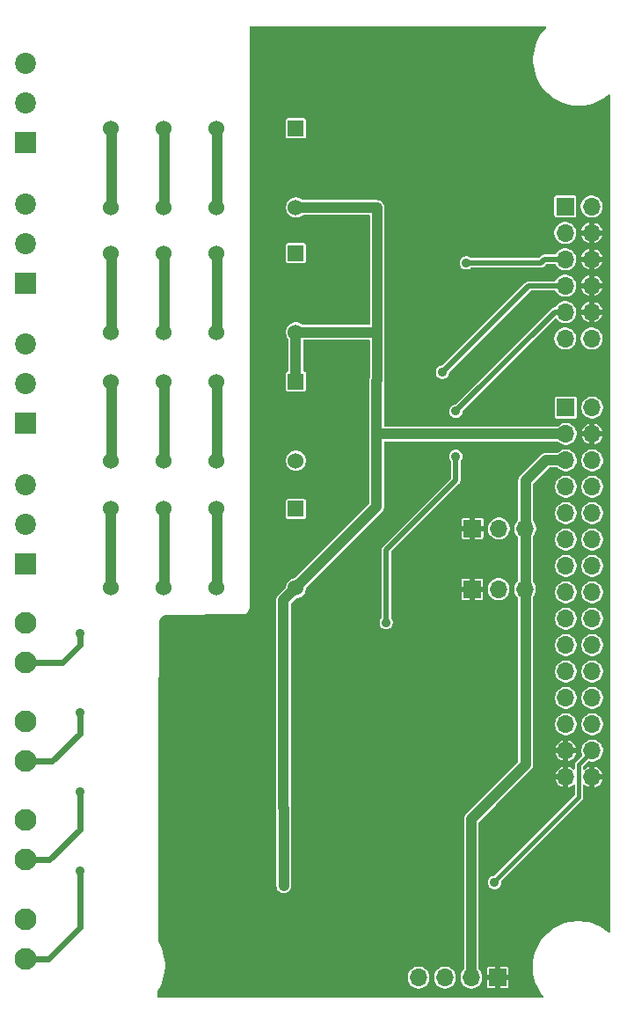
<source format=gbr>
%TF.GenerationSoftware,KiCad,Pcbnew,9.0.6*%
%TF.CreationDate,2025-11-26T11:15:41+11:00*%
%TF.ProjectId,v7_equip_digital_out,76375f65-7175-4697-905f-646967697461,rev?*%
%TF.SameCoordinates,Original*%
%TF.FileFunction,Copper,L2,Bot*%
%TF.FilePolarity,Positive*%
%FSLAX46Y46*%
G04 Gerber Fmt 4.6, Leading zero omitted, Abs format (unit mm)*
G04 Created by KiCad (PCBNEW 9.0.6) date 2025-11-26 11:15:41*
%MOMM*%
%LPD*%
G01*
G04 APERTURE LIST*
%TA.AperFunction,ComponentPad*%
%ADD10R,1.524000X1.524000*%
%TD*%
%TA.AperFunction,ComponentPad*%
%ADD11C,1.524000*%
%TD*%
%TA.AperFunction,ComponentPad*%
%ADD12C,2.100000*%
%TD*%
%TA.AperFunction,ComponentPad*%
%ADD13R,2.025000X2.025000*%
%TD*%
%TA.AperFunction,ComponentPad*%
%ADD14C,2.025000*%
%TD*%
%TA.AperFunction,ComponentPad*%
%ADD15R,1.700000X1.700000*%
%TD*%
%TA.AperFunction,ComponentPad*%
%ADD16O,1.700000X1.700000*%
%TD*%
%TA.AperFunction,ViaPad*%
%ADD17C,0.889000*%
%TD*%
%TA.AperFunction,Conductor*%
%ADD18C,1.016000*%
%TD*%
%TA.AperFunction,Conductor*%
%ADD19C,0.508000*%
%TD*%
%TA.AperFunction,Conductor*%
%ADD20C,0.609600*%
%TD*%
%TA.AperFunction,Conductor*%
%ADD21C,0.406400*%
%TD*%
G04 APERTURE END LIST*
D10*
%TO.P,K2,1*%
%TO.N,Net-(Q3-C)*%
X29000000Y-22606000D03*
D11*
%TO.P,K2,4*%
%TO.N,Net-(J2-Pin_2)*%
X21380000Y-22606000D03*
%TO.P,K2,6*%
%TO.N,Net-(J2-Pin_1)*%
X16300000Y-22606000D03*
%TO.P,K2,8*%
%TO.N,Net-(J2-Pin_3)*%
X11220000Y-22606000D03*
%TO.P,K2,9*%
X11220000Y-30226000D03*
%TO.P,K2,11*%
%TO.N,Net-(J2-Pin_1)*%
X16300000Y-30226000D03*
%TO.P,K2,13*%
%TO.N,Net-(J2-Pin_2)*%
X21380000Y-30226000D03*
%TO.P,K2,16*%
%TO.N,+5V*%
X29000000Y-30226000D03*
%TD*%
D12*
%TO.P,J5,1,Pin_1*%
%TO.N,Net-(J5-Pin_1)*%
X3000000Y-71500000D03*
%TO.P,J5,2,Pin_2*%
%TO.N,Net-(J5-Pin_2)*%
X3000000Y-67690000D03*
%TD*%
%TO.P,J3,1,Pin_1*%
%TO.N,Net-(J3-Pin_1)*%
X3000000Y-62000000D03*
%TO.P,J3,2,Pin_2*%
%TO.N,Net-(J3-Pin_2)*%
X3000000Y-58190000D03*
%TD*%
D13*
%TO.P,J1,1,Pin_1*%
%TO.N,Net-(J1-Pin_1)*%
X3000000Y-12000000D03*
D14*
%TO.P,J1,2,Pin_2*%
%TO.N,Net-(J1-Pin_2)*%
X3000000Y-8190000D03*
%TO.P,J1,3,Pin_3*%
%TO.N,Net-(J1-Pin_3)*%
X3000000Y-4380000D03*
%TD*%
D12*
%TO.P,J10,1,Pin_1*%
%TO.N,Net-(J10-Pin_1)*%
X3000000Y-90500000D03*
%TO.P,J10,2,Pin_2*%
%TO.N,Net-(J10-Pin_2)*%
X3000000Y-86690000D03*
%TD*%
D15*
%TO.P,JP1,1,A*%
%TO.N,GND*%
X45974000Y-54940200D03*
D16*
%TO.P,JP1,2,C*%
%TO.N,/A0*%
X48514000Y-54940200D03*
%TO.P,JP1,3,B*%
%TO.N,+3V3*%
X51054000Y-54940200D03*
%TD*%
D15*
%TO.P,JP2,1,A*%
%TO.N,GND*%
X46014400Y-49098200D03*
D16*
%TO.P,JP2,2,C*%
%TO.N,/A1*%
X48554400Y-49098200D03*
%TO.P,JP2,3,B*%
%TO.N,+3V3*%
X51094400Y-49098200D03*
%TD*%
D15*
%TO.P,J6,1,Pin_1*%
%TO.N,+5V*%
X54991000Y-37465000D03*
D16*
%TO.P,J6,2,Pin_2*%
X57531000Y-37465000D03*
%TO.P,J6,3,Pin_3*%
X54991000Y-40005000D03*
%TO.P,J6,4,Pin_4*%
%TO.N,GND*%
X57531000Y-40005000D03*
%TO.P,J6,5,Pin_5*%
%TO.N,+3V3*%
X54991000Y-42545000D03*
%TO.P,J6,6,Pin_6*%
%TO.N,/GP15*%
X57531000Y-42545000D03*
%TO.P,J6,7,Pin_7*%
%TO.N,/GP16*%
X54991000Y-45085000D03*
%TO.P,J6,8,Pin_8*%
%TO.N,/GP14*%
X57531000Y-45085000D03*
%TO.P,J6,9,Pin_9*%
%TO.N,/GP17*%
X54991000Y-47625000D03*
%TO.P,J6,10,Pin_10*%
%TO.N,/GP13*%
X57531000Y-47625000D03*
%TO.P,J6,11,Pin_11*%
%TO.N,/AN_CS0*%
X54991000Y-50165000D03*
%TO.P,J6,12,Pin_12*%
%TO.N,/GP12*%
X57531000Y-50165000D03*
%TO.P,J6,13,Pin_13*%
%TO.N,/AN_CS1*%
X54991000Y-52705000D03*
%TO.P,J6,14,Pin_14*%
%TO.N,/GP11*%
X57531000Y-52705000D03*
%TO.P,J6,15,Pin_15*%
%TO.N,/AN_CS2*%
X54991000Y-55245000D03*
%TO.P,J6,16,Pin_16*%
%TO.N,/GP10*%
X57531000Y-55245000D03*
%TO.P,J6,17,Pin_17*%
%TO.N,/AN_CS3*%
X54991000Y-57785000D03*
%TO.P,J6,18,Pin_18*%
%TO.N,/GP9*%
X57531000Y-57785000D03*
%TO.P,J6,19,Pin_19*%
%TO.N,/MOSI*%
X54991000Y-60325000D03*
%TO.P,J6,20,Pin_20*%
%TO.N,/GP8*%
X57531000Y-60325000D03*
%TO.P,J6,21,Pin_21*%
%TO.N,/SCK*%
X54991000Y-62865000D03*
%TO.P,J6,22,Pin_22*%
%TO.N,/GP7*%
X57531000Y-62865000D03*
%TO.P,J6,23,Pin_23*%
%TO.N,/GP1*%
X54991000Y-65405000D03*
%TO.P,J6,24,Pin_24*%
%TO.N,/GP6*%
X57531000Y-65405000D03*
%TO.P,J6,25,Pin_25*%
%TO.N,/MISO*%
X54991000Y-67945000D03*
%TO.P,J6,26,Pin_26*%
%TO.N,/SCL0*%
X57531000Y-67945000D03*
%TO.P,J6,27,Pin_27*%
%TO.N,GND*%
X54991000Y-70485000D03*
%TO.P,J6,28,Pin_28*%
%TO.N,/SDA0*%
X57531000Y-70485000D03*
%TO.P,J6,29,Pin_29*%
%TO.N,GND*%
X54991000Y-73025000D03*
%TO.P,J6,30,Pin_30*%
X57531000Y-73025000D03*
%TD*%
D15*
%TO.P,CON1,1,Pin_1*%
%TO.N,GND*%
X48437800Y-92329000D03*
D16*
%TO.P,CON1,2,Pin_2*%
%TO.N,+3V3*%
X45897800Y-92329000D03*
%TO.P,CON1,3,Pin_3*%
%TO.N,/SDA0*%
X43357800Y-92329000D03*
%TO.P,CON1,4,Pin_4*%
%TO.N,/SCL0*%
X40817800Y-92329000D03*
%TD*%
D13*
%TO.P,J2,1,Pin_1*%
%TO.N,Net-(J2-Pin_1)*%
X3000000Y-25500000D03*
D14*
%TO.P,J2,2,Pin_2*%
%TO.N,Net-(J2-Pin_2)*%
X3000000Y-21690000D03*
%TO.P,J2,3,Pin_3*%
%TO.N,Net-(J2-Pin_3)*%
X3000000Y-17880000D03*
%TD*%
D10*
%TO.P,K4,1*%
%TO.N,Net-(Q8-C)*%
X29000000Y-47218600D03*
D11*
%TO.P,K4,4*%
%TO.N,Net-(J9-Pin_2)*%
X21380000Y-47218600D03*
%TO.P,K4,6*%
%TO.N,Net-(J9-Pin_1)*%
X16300000Y-47218600D03*
%TO.P,K4,8*%
%TO.N,Net-(J9-Pin_3)*%
X11220000Y-47218600D03*
%TO.P,K4,9*%
X11220000Y-54838600D03*
%TO.P,K4,11*%
%TO.N,Net-(J9-Pin_1)*%
X16300000Y-54838600D03*
%TO.P,K4,13*%
%TO.N,Net-(J9-Pin_2)*%
X21380000Y-54838600D03*
%TO.P,K4,16*%
%TO.N,+5V*%
X29000000Y-54838600D03*
%TD*%
D13*
%TO.P,J9,1,Pin_1*%
%TO.N,Net-(J9-Pin_1)*%
X3000000Y-52500000D03*
D14*
%TO.P,J9,2,Pin_2*%
%TO.N,Net-(J9-Pin_2)*%
X3000000Y-48690000D03*
%TO.P,J9,3,Pin_3*%
%TO.N,Net-(J9-Pin_3)*%
X3000000Y-44880000D03*
%TD*%
D12*
%TO.P,J7,1,Pin_1*%
%TO.N,Net-(J7-Pin_1)*%
X3000000Y-81000000D03*
%TO.P,J7,2,Pin_2*%
%TO.N,Net-(J7-Pin_2)*%
X3000000Y-77190000D03*
%TD*%
D13*
%TO.P,J8,1,Pin_1*%
%TO.N,Net-(J8-Pin_1)*%
X3000000Y-39000000D03*
D14*
%TO.P,J8,2,Pin_2*%
%TO.N,Net-(J8-Pin_2)*%
X3000000Y-35190000D03*
%TO.P,J8,3,Pin_3*%
%TO.N,Net-(J8-Pin_3)*%
X3000000Y-31380000D03*
%TD*%
D15*
%TO.P,J11,1,Pin_1*%
%TO.N,+5V*%
X54940200Y-18110200D03*
D16*
%TO.P,J11,2,Pin_2*%
X57480200Y-18110200D03*
%TO.P,J11,3,Pin_3*%
%TO.N,/P0*%
X54940200Y-20650200D03*
%TO.P,J11,4,Pin_4*%
%TO.N,GND*%
X57480200Y-20650200D03*
%TO.P,J11,5,Pin_5*%
%TO.N,/P1*%
X54940200Y-23190200D03*
%TO.P,J11,6,Pin_6*%
%TO.N,GND*%
X57480200Y-23190200D03*
%TO.P,J11,7,Pin_7*%
%TO.N,/P2*%
X54940200Y-25730200D03*
%TO.P,J11,8,Pin_8*%
%TO.N,GND*%
X57480200Y-25730200D03*
%TO.P,J11,9,Pin_9*%
%TO.N,/P3*%
X54940200Y-28270200D03*
%TO.P,J11,10,Pin_10*%
%TO.N,GND*%
X57480200Y-28270200D03*
%TO.P,J11,11,Pin_11*%
%TO.N,+5V*%
X54940200Y-30810200D03*
%TO.P,J11,12,Pin_12*%
X57480200Y-30810200D03*
%TD*%
D10*
%TO.P,K3,1*%
%TO.N,+5V*%
X29000000Y-34950400D03*
D11*
%TO.P,K3,4*%
%TO.N,Net-(J8-Pin_2)*%
X21380000Y-34950400D03*
%TO.P,K3,6*%
%TO.N,Net-(J8-Pin_1)*%
X16300000Y-34950400D03*
%TO.P,K3,8*%
%TO.N,Net-(J8-Pin_3)*%
X11220000Y-34950400D03*
%TO.P,K3,9*%
X11220000Y-42570400D03*
%TO.P,K3,11*%
%TO.N,Net-(J8-Pin_1)*%
X16300000Y-42570400D03*
%TO.P,K3,13*%
%TO.N,Net-(J8-Pin_2)*%
X21380000Y-42570400D03*
%TO.P,K3,16*%
%TO.N,Net-(Q7-C)*%
X29000000Y-42570400D03*
%TD*%
D10*
%TO.P,K1,1*%
%TO.N,Net-(Q4-C)*%
X29000000Y-10591800D03*
D11*
%TO.P,K1,4*%
%TO.N,Net-(J1-Pin_2)*%
X21380000Y-10591800D03*
%TO.P,K1,6*%
%TO.N,Net-(J1-Pin_1)*%
X16300000Y-10591800D03*
%TO.P,K1,8*%
%TO.N,Net-(J1-Pin_3)*%
X11220000Y-10591800D03*
%TO.P,K1,9*%
X11220000Y-18211800D03*
%TO.P,K1,11*%
%TO.N,Net-(J1-Pin_1)*%
X16300000Y-18211800D03*
%TO.P,K1,13*%
%TO.N,Net-(J1-Pin_2)*%
X21380000Y-18211800D03*
%TO.P,K1,16*%
%TO.N,+5V*%
X29000000Y-18211800D03*
%TD*%
D17*
%TO.N,GND*%
X42164000Y-3454400D03*
X44043600Y-67741800D03*
X49123600Y-67945000D03*
X52044600Y-77546200D03*
X39801800Y-27940000D03*
X18389600Y-64465200D03*
X38455600Y-41833800D03*
X31623000Y-69748400D03*
X40944800Y-82397600D03*
X25654000Y-26466800D03*
X18389600Y-79679800D03*
X51460400Y-36195000D03*
X25704800Y-38735000D03*
X25806400Y-51028600D03*
X31623000Y-62738000D03*
X39776400Y-34544000D03*
X18389600Y-72110600D03*
X39801800Y-20777200D03*
X53975000Y-86106000D03*
X18338800Y-87680800D03*
X25755600Y-3454400D03*
X25679400Y-14401800D03*
X49098200Y-65278000D03*
X31699200Y-77470000D03*
X31623000Y-56286400D03*
X37363400Y-63042800D03*
X57378600Y-10439400D03*
%TO.N,+3V3*%
X47802800Y-75133200D03*
%TO.N,/P2*%
X43113200Y-34061400D03*
%TO.N,/P1*%
X45415200Y-23545800D03*
%TO.N,/P3*%
X44399200Y-42164000D03*
X37693600Y-58166000D03*
X44399200Y-37820600D03*
%TO.N,+5V*%
X36779200Y-18211800D03*
X36830000Y-34823400D03*
X27787600Y-68859400D03*
X27838400Y-76047600D03*
X27813000Y-61798200D03*
X27838400Y-83464400D03*
%TO.N,Net-(J3-Pin_1)*%
X8178800Y-59207400D03*
%TO.N,Net-(J5-Pin_1)*%
X8178800Y-66835866D03*
%TO.N,Net-(J7-Pin_1)*%
X8204200Y-74464332D03*
%TO.N,Net-(J10-Pin_1)*%
X8229600Y-82092800D03*
%TO.N,/SDA0*%
X48120300Y-83172300D03*
%TD*%
D18*
%TO.N,+3V3*%
X53111400Y-42519600D02*
X54965600Y-42519600D01*
X51130200Y-71805800D02*
X51130200Y-44500800D01*
X47802800Y-75133200D02*
X51130200Y-71805800D01*
X51130200Y-44500800D02*
X53111400Y-42519600D01*
X45897800Y-77038200D02*
X45897800Y-92329000D01*
X47802800Y-75133200D02*
X45897800Y-77038200D01*
%TO.N,Net-(J2-Pin_2)*%
X21437600Y-22663600D02*
X21437600Y-30168400D01*
%TO.N,Net-(J2-Pin_3)*%
X11252200Y-30193800D02*
X11252200Y-22638200D01*
D19*
%TO.N,/P2*%
X43113200Y-34061400D02*
X51419000Y-25755600D01*
X51419000Y-25755600D02*
X54914800Y-25755600D01*
%TO.N,/P1*%
X52603400Y-23520400D02*
X52933600Y-23190200D01*
X45415200Y-23545800D02*
X45440600Y-23520400D01*
X45440600Y-23520400D02*
X52603400Y-23520400D01*
X52933600Y-23190200D02*
X54940200Y-23190200D01*
%TO.N,/P3*%
X44399200Y-44450000D02*
X44399200Y-42164000D01*
X44399200Y-37820600D02*
X53949600Y-28270200D01*
X53949600Y-28270200D02*
X54940200Y-28270200D01*
X37693600Y-51155600D02*
X44399200Y-44450000D01*
X37693600Y-58166000D02*
X37693600Y-51155600D01*
D18*
%TO.N,+5V*%
X36779200Y-46990000D02*
X29000000Y-54769200D01*
X28981400Y-30244600D02*
X28981400Y-34931800D01*
X27813000Y-68834000D02*
X27813000Y-61798200D01*
X36830000Y-40007600D02*
X55000000Y-40007600D01*
X27787600Y-75996800D02*
X27838400Y-76047600D01*
X27813000Y-61798200D02*
X27813000Y-56025600D01*
X27813000Y-56025600D02*
X29000000Y-54838600D01*
X36830000Y-34823400D02*
X36830000Y-18262600D01*
X36830000Y-18262600D02*
X36779200Y-18211800D01*
X36830000Y-34823400D02*
X36779200Y-34874200D01*
X36779200Y-18211800D02*
X29000000Y-18211800D01*
X36830000Y-30226000D02*
X29000000Y-30226000D01*
X36779200Y-34874200D02*
X36779200Y-46990000D01*
X27787600Y-68859400D02*
X27787600Y-75996800D01*
X27787600Y-68859400D02*
X27813000Y-68834000D01*
X27838400Y-83464400D02*
X27838400Y-76047600D01*
%TO.N,Net-(J1-Pin_2)*%
X21386800Y-10598600D02*
X21386800Y-18205000D01*
%TO.N,Net-(J1-Pin_1)*%
X16306800Y-10598600D02*
X16306800Y-18205000D01*
%TO.N,Net-(J1-Pin_3)*%
X11252200Y-10624000D02*
X11252200Y-18179600D01*
%TO.N,Net-(J2-Pin_1)*%
X16306800Y-22612800D02*
X16306800Y-30219200D01*
D20*
%TO.N,Net-(J3-Pin_1)*%
X8178800Y-60325000D02*
X6503800Y-62000000D01*
X6503800Y-62000000D02*
X3000000Y-62000000D01*
X8178800Y-59207400D02*
X8178800Y-60325000D01*
%TO.N,Net-(J5-Pin_1)*%
X8178800Y-68834000D02*
X5512800Y-71500000D01*
X8178800Y-66835866D02*
X8178800Y-68834000D01*
X5512800Y-71500000D02*
X3000000Y-71500000D01*
%TO.N,Net-(J7-Pin_1)*%
X8204200Y-74464332D02*
X8204200Y-78079600D01*
X5283800Y-81000000D02*
X3000000Y-81000000D01*
X8204200Y-78079600D02*
X5283800Y-81000000D01*
D18*
%TO.N,Net-(J8-Pin_1)*%
X16332200Y-34982600D02*
X16332200Y-42538200D01*
%TO.N,Net-(J8-Pin_2)*%
X21386800Y-34957200D02*
X21386800Y-42563600D01*
%TO.N,Net-(J9-Pin_1)*%
X16357600Y-47276200D02*
X16357600Y-54781000D01*
%TO.N,Net-(J9-Pin_2)*%
X21437600Y-47276200D02*
X21437600Y-54781000D01*
D20*
%TO.N,Net-(J10-Pin_1)*%
X5207200Y-90500000D02*
X3000000Y-90500000D01*
X8229600Y-82092800D02*
X8255000Y-82118200D01*
X8255000Y-87452200D02*
X5207200Y-90500000D01*
X8255000Y-82118200D02*
X8255000Y-87452200D01*
D18*
%TO.N,Net-(J8-Pin_3)*%
X11226800Y-34957200D02*
X11226800Y-42563600D01*
%TO.N,Net-(J9-Pin_3)*%
X11176000Y-47262600D02*
X11176000Y-54794600D01*
D21*
%TO.N,/SDA0*%
X48120300Y-83172300D02*
X48120300Y-83096100D01*
X48120300Y-83096100D02*
X56261000Y-74955400D01*
X56261000Y-74955400D02*
X56261000Y-71805800D01*
X56261000Y-71805800D02*
X57531000Y-70535800D01*
%TD*%
%TA.AperFunction,Conductor*%
%TO.N,GND*%
G36*
X53112445Y-790665D02*
G01*
X53142509Y-842736D01*
X53132068Y-901950D01*
X53118102Y-920150D01*
X52997670Y-1040583D01*
X52997669Y-1040584D01*
X52997665Y-1040589D01*
X52751402Y-1334072D01*
X52751397Y-1334079D01*
X52531648Y-1647911D01*
X52340079Y-1979718D01*
X52340074Y-1979729D01*
X52178165Y-2326943D01*
X52178162Y-2326951D01*
X52047124Y-2686975D01*
X51947961Y-3057056D01*
X51881433Y-3434354D01*
X51848040Y-3816034D01*
X51848040Y-4199165D01*
X51881433Y-4580845D01*
X51947961Y-4958143D01*
X52047124Y-5328224D01*
X52178162Y-5688248D01*
X52178165Y-5688256D01*
X52340074Y-6035470D01*
X52340079Y-6035481D01*
X52531648Y-6367288D01*
X52707447Y-6618353D01*
X52751398Y-6681122D01*
X52997670Y-6974617D01*
X53268583Y-7245530D01*
X53562078Y-7491802D01*
X53671839Y-7568657D01*
X53875911Y-7711551D01*
X53875920Y-7711556D01*
X54207720Y-7903121D01*
X54554954Y-8065039D01*
X54914978Y-8196077D01*
X55285053Y-8295238D01*
X55662363Y-8361768D01*
X56044035Y-8395160D01*
X56044039Y-8395160D01*
X56427161Y-8395160D01*
X56427165Y-8395160D01*
X56808837Y-8361768D01*
X57186147Y-8295238D01*
X57556222Y-8196077D01*
X57916246Y-8065039D01*
X58263480Y-7903121D01*
X58595280Y-7711556D01*
X58595283Y-7711553D01*
X58595288Y-7711551D01*
X58689598Y-7645513D01*
X58909122Y-7491802D01*
X59093100Y-7337425D01*
X59149600Y-7316861D01*
X59206101Y-7337425D01*
X59236165Y-7389497D01*
X59237500Y-7404761D01*
X59237500Y-87933064D01*
X59216935Y-87989565D01*
X59164864Y-88019629D01*
X59105650Y-88009188D01*
X59093099Y-88000399D01*
X58858327Y-87803402D01*
X58858325Y-87803400D01*
X58858322Y-87803398D01*
X58795553Y-87759447D01*
X58544488Y-87583648D01*
X58212681Y-87392079D01*
X58212670Y-87392074D01*
X57865456Y-87230165D01*
X57865448Y-87230162D01*
X57865446Y-87230161D01*
X57505422Y-87099123D01*
X57135347Y-86999962D01*
X57135346Y-86999961D01*
X57135343Y-86999961D01*
X56758045Y-86933433D01*
X56758040Y-86933432D01*
X56758037Y-86933432D01*
X56376365Y-86900040D01*
X55993235Y-86900040D01*
X55993234Y-86900040D01*
X55881958Y-86909775D01*
X55611563Y-86933432D01*
X55611560Y-86933432D01*
X55611554Y-86933433D01*
X55234256Y-86999961D01*
X55049215Y-87049542D01*
X54864178Y-87099123D01*
X54864175Y-87099123D01*
X54864175Y-87099124D01*
X54504151Y-87230162D01*
X54504143Y-87230165D01*
X54156929Y-87392074D01*
X54156918Y-87392079D01*
X53825111Y-87583648D01*
X53511279Y-87803397D01*
X53511272Y-87803402D01*
X53217789Y-88049665D01*
X53217784Y-88049669D01*
X52946869Y-88320584D01*
X52946865Y-88320589D01*
X52700602Y-88614072D01*
X52700597Y-88614079D01*
X52480848Y-88927911D01*
X52289279Y-89259718D01*
X52289274Y-89259729D01*
X52127365Y-89606943D01*
X52127362Y-89606951D01*
X51996324Y-89966975D01*
X51897161Y-90337056D01*
X51830633Y-90714354D01*
X51806129Y-90994439D01*
X51797240Y-91096035D01*
X51797240Y-91479165D01*
X51828056Y-91831398D01*
X51830633Y-91860845D01*
X51859152Y-92022583D01*
X51897162Y-92238147D01*
X51996323Y-92608222D01*
X52090386Y-92866656D01*
X52127362Y-92968248D01*
X52127365Y-92968256D01*
X52289274Y-93315470D01*
X52289279Y-93315481D01*
X52480848Y-93647288D01*
X52700597Y-93961120D01*
X52700602Y-93961127D01*
X52817717Y-94100699D01*
X52838282Y-94157200D01*
X52817717Y-94213701D01*
X52765646Y-94243765D01*
X52750382Y-94245100D01*
X15791842Y-94245100D01*
X15735341Y-94224535D01*
X15705277Y-94172464D01*
X15703942Y-94156945D01*
X15705657Y-93566031D01*
X15717432Y-93522338D01*
X15895521Y-93213880D01*
X16057439Y-92866646D01*
X16188477Y-92506622D01*
X16263794Y-92225536D01*
X39767300Y-92225536D01*
X39767300Y-92432463D01*
X39807667Y-92635411D01*
X39807669Y-92635416D01*
X39807670Y-92635420D01*
X39886859Y-92826598D01*
X39886860Y-92826600D01*
X39886861Y-92826601D01*
X40001819Y-92998650D01*
X40001820Y-92998651D01*
X40001823Y-92998655D01*
X40148145Y-93144977D01*
X40320202Y-93259941D01*
X40511380Y-93339130D01*
X40511385Y-93339131D01*
X40511388Y-93339132D01*
X40614232Y-93359588D01*
X40714335Y-93379500D01*
X40714337Y-93379500D01*
X40921263Y-93379500D01*
X40921265Y-93379500D01*
X41087254Y-93346483D01*
X41124211Y-93339132D01*
X41124212Y-93339131D01*
X41124220Y-93339130D01*
X41315398Y-93259941D01*
X41487455Y-93144977D01*
X41633777Y-92998655D01*
X41748741Y-92826598D01*
X41827930Y-92635420D01*
X41868300Y-92432465D01*
X41868300Y-92225536D01*
X42307300Y-92225536D01*
X42307300Y-92432463D01*
X42347667Y-92635411D01*
X42347669Y-92635416D01*
X42347670Y-92635420D01*
X42426859Y-92826598D01*
X42426860Y-92826600D01*
X42426861Y-92826601D01*
X42541819Y-92998650D01*
X42541820Y-92998651D01*
X42541823Y-92998655D01*
X42688145Y-93144977D01*
X42860202Y-93259941D01*
X43051380Y-93339130D01*
X43051385Y-93339131D01*
X43051388Y-93339132D01*
X43154232Y-93359588D01*
X43254335Y-93379500D01*
X43254337Y-93379500D01*
X43461263Y-93379500D01*
X43461265Y-93379500D01*
X43627254Y-93346483D01*
X43664211Y-93339132D01*
X43664212Y-93339131D01*
X43664220Y-93339130D01*
X43855398Y-93259941D01*
X44027455Y-93144977D01*
X44173777Y-92998655D01*
X44288741Y-92826598D01*
X44367930Y-92635420D01*
X44408300Y-92432465D01*
X44408300Y-92225536D01*
X44847300Y-92225536D01*
X44847300Y-92432463D01*
X44887667Y-92635411D01*
X44887669Y-92635416D01*
X44887670Y-92635420D01*
X44966859Y-92826598D01*
X44966860Y-92826600D01*
X44966861Y-92826601D01*
X45081819Y-92998650D01*
X45081820Y-92998651D01*
X45081823Y-92998655D01*
X45228145Y-93144977D01*
X45400202Y-93259941D01*
X45591380Y-93339130D01*
X45591385Y-93339131D01*
X45591388Y-93339132D01*
X45694232Y-93359588D01*
X45794335Y-93379500D01*
X45794337Y-93379500D01*
X46001263Y-93379500D01*
X46001265Y-93379500D01*
X46167254Y-93346483D01*
X46204211Y-93339132D01*
X46204212Y-93339131D01*
X46204220Y-93339130D01*
X46395398Y-93259941D01*
X46567455Y-93144977D01*
X46713777Y-92998655D01*
X46828741Y-92826598D01*
X46907930Y-92635420D01*
X46913340Y-92608222D01*
X46929806Y-92525443D01*
X46948300Y-92432463D01*
X46948300Y-92225536D01*
X46907932Y-92022588D01*
X46907931Y-92022585D01*
X46907930Y-92022580D01*
X46828741Y-91831402D01*
X46713777Y-91659345D01*
X46713775Y-91659343D01*
X46632045Y-91577612D01*
X46623936Y-91560222D01*
X46611601Y-91545522D01*
X46608268Y-91526623D01*
X46606634Y-91523118D01*
X46606300Y-91515458D01*
X46606300Y-91461487D01*
X47410000Y-91461487D01*
X47410000Y-92078999D01*
X47410001Y-92079000D01*
X48004788Y-92079000D01*
X47971875Y-92136007D01*
X47937800Y-92263174D01*
X47937800Y-92394826D01*
X47971875Y-92521993D01*
X48004788Y-92579000D01*
X47410002Y-92579000D01*
X47410001Y-92579001D01*
X47410001Y-93196508D01*
X47420316Y-93248375D01*
X47459611Y-93307182D01*
X47459617Y-93307188D01*
X47518424Y-93346483D01*
X47570287Y-93356799D01*
X48187798Y-93356799D01*
X48187800Y-93356798D01*
X48187800Y-92762012D01*
X48244807Y-92794925D01*
X48371974Y-92829000D01*
X48503626Y-92829000D01*
X48630793Y-92794925D01*
X48687800Y-92762012D01*
X48687800Y-93356798D01*
X48687801Y-93356799D01*
X49305309Y-93356799D01*
X49357175Y-93346483D01*
X49415982Y-93307188D01*
X49415988Y-93307182D01*
X49455283Y-93248375D01*
X49465600Y-93196512D01*
X49465600Y-92579001D01*
X49465599Y-92579000D01*
X48870812Y-92579000D01*
X48903725Y-92521993D01*
X48937800Y-92394826D01*
X48937800Y-92263174D01*
X48903725Y-92136007D01*
X48870812Y-92079000D01*
X49465598Y-92079000D01*
X49465599Y-92078999D01*
X49465599Y-91461491D01*
X49455283Y-91409624D01*
X49415988Y-91350817D01*
X49415982Y-91350811D01*
X49357175Y-91311516D01*
X49305313Y-91301200D01*
X48687801Y-91301200D01*
X48687800Y-91301201D01*
X48687800Y-91895988D01*
X48630793Y-91863075D01*
X48503626Y-91829000D01*
X48371974Y-91829000D01*
X48244807Y-91863075D01*
X48187800Y-91895988D01*
X48187800Y-91301201D01*
X48187799Y-91301200D01*
X47570286Y-91301200D01*
X47570284Y-91301201D01*
X47518428Y-91311514D01*
X47518424Y-91311516D01*
X47459617Y-91350811D01*
X47459611Y-91350817D01*
X47420316Y-91409624D01*
X47410000Y-91461487D01*
X46606300Y-91461487D01*
X46606300Y-83108774D01*
X47475300Y-83108774D01*
X47475300Y-83235825D01*
X47500085Y-83360436D01*
X47500087Y-83360440D01*
X47548706Y-83477819D01*
X47548707Y-83477821D01*
X47548708Y-83477822D01*
X47619296Y-83583464D01*
X47709136Y-83673304D01*
X47814778Y-83743892D01*
X47932160Y-83792513D01*
X47932161Y-83792513D01*
X47932163Y-83792514D01*
X47994892Y-83804991D01*
X48056773Y-83817300D01*
X48056775Y-83817300D01*
X48183825Y-83817300D01*
X48183827Y-83817300D01*
X48270795Y-83800001D01*
X48308436Y-83792514D01*
X48308436Y-83792513D01*
X48308440Y-83792513D01*
X48425822Y-83743892D01*
X48531464Y-83673304D01*
X48621304Y-83583464D01*
X48691892Y-83477822D01*
X48740513Y-83360440D01*
X48765300Y-83235827D01*
X48765300Y-83108773D01*
X48760072Y-83082490D01*
X48769219Y-83023064D01*
X48784124Y-83003192D01*
X56501640Y-75285677D01*
X56501645Y-75285673D01*
X56508876Y-75278441D01*
X56508878Y-75278441D01*
X56584041Y-75203278D01*
X56637189Y-75111223D01*
X56664700Y-75008548D01*
X56664700Y-73824437D01*
X56685265Y-73767936D01*
X56737336Y-73737872D01*
X56796550Y-73748313D01*
X56814755Y-73762282D01*
X56875818Y-73823345D01*
X57044153Y-73935822D01*
X57231196Y-74013299D01*
X57231210Y-74013304D01*
X57281000Y-74023207D01*
X57281000Y-73458012D01*
X57338007Y-73490925D01*
X57465174Y-73525000D01*
X57596826Y-73525000D01*
X57723993Y-73490925D01*
X57781000Y-73458012D01*
X57781000Y-74023206D01*
X57830789Y-74013304D01*
X57830803Y-74013299D01*
X58017846Y-73935822D01*
X58186181Y-73823345D01*
X58329345Y-73680181D01*
X58441822Y-73511846D01*
X58519299Y-73324803D01*
X58519304Y-73324789D01*
X58529207Y-73275000D01*
X57964012Y-73275000D01*
X57996925Y-73217993D01*
X58031000Y-73090826D01*
X58031000Y-72959174D01*
X57996925Y-72832007D01*
X57964012Y-72775000D01*
X58529207Y-72775000D01*
X58519304Y-72725210D01*
X58519299Y-72725196D01*
X58441822Y-72538153D01*
X58329345Y-72369818D01*
X58186181Y-72226654D01*
X58017847Y-72114177D01*
X57830804Y-72036701D01*
X57830795Y-72036698D01*
X57781000Y-72026792D01*
X57781000Y-72591988D01*
X57723993Y-72559075D01*
X57596826Y-72525000D01*
X57465174Y-72525000D01*
X57338007Y-72559075D01*
X57281000Y-72591988D01*
X57281000Y-72026792D01*
X57231204Y-72036698D01*
X57231195Y-72036701D01*
X57044152Y-72114177D01*
X56875818Y-72226654D01*
X56814755Y-72287718D01*
X56760261Y-72313129D01*
X56702183Y-72297566D01*
X56667695Y-72248313D01*
X56664700Y-72225563D01*
X56664700Y-72009427D01*
X56685265Y-71952926D01*
X56690434Y-71947283D01*
X57125074Y-71512643D01*
X57179566Y-71487233D01*
X57220867Y-71493592D01*
X57224580Y-71495130D01*
X57224587Y-71495131D01*
X57224588Y-71495132D01*
X57312629Y-71512644D01*
X57427535Y-71535500D01*
X57427537Y-71535500D01*
X57634463Y-71535500D01*
X57634465Y-71535500D01*
X57767336Y-71509070D01*
X57837411Y-71495132D01*
X57837412Y-71495131D01*
X57837420Y-71495130D01*
X58028598Y-71415941D01*
X58200655Y-71300977D01*
X58346977Y-71154655D01*
X58461941Y-70982598D01*
X58541130Y-70791420D01*
X58581500Y-70588465D01*
X58581500Y-70381535D01*
X58552353Y-70235000D01*
X58541132Y-70178588D01*
X58541131Y-70178585D01*
X58541130Y-70178580D01*
X58461941Y-69987402D01*
X58404459Y-69901373D01*
X58346980Y-69815349D01*
X58346979Y-69815348D01*
X58346977Y-69815345D01*
X58200655Y-69669023D01*
X58200651Y-69669020D01*
X58200650Y-69669019D01*
X58028601Y-69554061D01*
X58028600Y-69554060D01*
X58028598Y-69554059D01*
X57837420Y-69474870D01*
X57837416Y-69474869D01*
X57837411Y-69474867D01*
X57684684Y-69444489D01*
X57634465Y-69434500D01*
X57427535Y-69434500D01*
X57382844Y-69443389D01*
X57224588Y-69474867D01*
X57224583Y-69474869D01*
X57224581Y-69474869D01*
X57224580Y-69474870D01*
X57033402Y-69554059D01*
X57033400Y-69554059D01*
X57033398Y-69554061D01*
X56861349Y-69669019D01*
X56715019Y-69815349D01*
X56600061Y-69987398D01*
X56600059Y-69987400D01*
X56600059Y-69987402D01*
X56521113Y-70177993D01*
X56520869Y-70178583D01*
X56520867Y-70178588D01*
X56480500Y-70381536D01*
X56480500Y-70588463D01*
X56520867Y-70791411D01*
X56520869Y-70791416D01*
X56520870Y-70791420D01*
X56539851Y-70837244D01*
X56552166Y-70866975D01*
X56554789Y-70927045D01*
X56533112Y-70962768D01*
X56013124Y-71482757D01*
X55937960Y-71557920D01*
X55884811Y-71649977D01*
X55884811Y-71649978D01*
X55857299Y-71752652D01*
X55857299Y-71866027D01*
X55857300Y-71866040D01*
X55857300Y-72225563D01*
X55836735Y-72282064D01*
X55784664Y-72312128D01*
X55725450Y-72301687D01*
X55707245Y-72287718D01*
X55646181Y-72226654D01*
X55477847Y-72114177D01*
X55290804Y-72036701D01*
X55290795Y-72036698D01*
X55241000Y-72026792D01*
X55241000Y-72591988D01*
X55183993Y-72559075D01*
X55056826Y-72525000D01*
X54925174Y-72525000D01*
X54798007Y-72559075D01*
X54741000Y-72591988D01*
X54741000Y-72026792D01*
X54691204Y-72036698D01*
X54691195Y-72036701D01*
X54504152Y-72114177D01*
X54335818Y-72226654D01*
X54192654Y-72369818D01*
X54080177Y-72538153D01*
X54002700Y-72725196D01*
X54002695Y-72725210D01*
X53992792Y-72775000D01*
X54557988Y-72775000D01*
X54525075Y-72832007D01*
X54491000Y-72959174D01*
X54491000Y-73090826D01*
X54525075Y-73217993D01*
X54557988Y-73275000D01*
X53992793Y-73275000D01*
X54002695Y-73324789D01*
X54002700Y-73324803D01*
X54080177Y-73511846D01*
X54192654Y-73680181D01*
X54335818Y-73823345D01*
X54504153Y-73935822D01*
X54691196Y-74013299D01*
X54691210Y-74013304D01*
X54741000Y-74023207D01*
X54741000Y-73458012D01*
X54798007Y-73490925D01*
X54925174Y-73525000D01*
X55056826Y-73525000D01*
X55183993Y-73490925D01*
X55241000Y-73458012D01*
X55241000Y-74023206D01*
X55290789Y-74013304D01*
X55290803Y-74013299D01*
X55477846Y-73935822D01*
X55646181Y-73823345D01*
X55707245Y-73762282D01*
X55761739Y-73736871D01*
X55819817Y-73752434D01*
X55854305Y-73801687D01*
X55857300Y-73824437D01*
X55857300Y-74751772D01*
X55836735Y-74808273D01*
X55831555Y-74813927D01*
X48143927Y-82501555D01*
X48089433Y-82526966D01*
X48081772Y-82527300D01*
X48056773Y-82527300D01*
X48029250Y-82532774D01*
X47932163Y-82552085D01*
X47932159Y-82552087D01*
X47814780Y-82600706D01*
X47709138Y-82671294D01*
X47619294Y-82761138D01*
X47548706Y-82866780D01*
X47500087Y-82984159D01*
X47500085Y-82984163D01*
X47475300Y-83108774D01*
X46606300Y-83108774D01*
X46606300Y-77368079D01*
X46626865Y-77311578D01*
X46632034Y-77305935D01*
X48247205Y-75690763D01*
X48247210Y-75690760D01*
X48254441Y-75683528D01*
X48254443Y-75683528D01*
X51680528Y-72257443D01*
X51758065Y-72141401D01*
X51780186Y-72087992D01*
X51811473Y-72012462D01*
X51838700Y-71875581D01*
X51838700Y-70235000D01*
X53992792Y-70235000D01*
X54557988Y-70235000D01*
X54525075Y-70292007D01*
X54491000Y-70419174D01*
X54491000Y-70550826D01*
X54525075Y-70677993D01*
X54557988Y-70735000D01*
X53992793Y-70735000D01*
X54002695Y-70784789D01*
X54002700Y-70784803D01*
X54080177Y-70971846D01*
X54192654Y-71140181D01*
X54335818Y-71283345D01*
X54504153Y-71395822D01*
X54691196Y-71473299D01*
X54691210Y-71473304D01*
X54741000Y-71483207D01*
X54741000Y-70918012D01*
X54798007Y-70950925D01*
X54925174Y-70985000D01*
X55056826Y-70985000D01*
X55183993Y-70950925D01*
X55241000Y-70918012D01*
X55241000Y-71483206D01*
X55290789Y-71473304D01*
X55290803Y-71473299D01*
X55477846Y-71395822D01*
X55646181Y-71283345D01*
X55789345Y-71140181D01*
X55901822Y-70971846D01*
X55979299Y-70784803D01*
X55979304Y-70784789D01*
X55989207Y-70735000D01*
X55424012Y-70735000D01*
X55456925Y-70677993D01*
X55491000Y-70550826D01*
X55491000Y-70419174D01*
X55456925Y-70292007D01*
X55424012Y-70235000D01*
X55989207Y-70235000D01*
X55979304Y-70185210D01*
X55979299Y-70185196D01*
X55901822Y-69998153D01*
X55789345Y-69829818D01*
X55646181Y-69686654D01*
X55477847Y-69574177D01*
X55290804Y-69496701D01*
X55290795Y-69496698D01*
X55241000Y-69486792D01*
X55241000Y-70051988D01*
X55183993Y-70019075D01*
X55056826Y-69985000D01*
X54925174Y-69985000D01*
X54798007Y-70019075D01*
X54741000Y-70051988D01*
X54741000Y-69486792D01*
X54691204Y-69496698D01*
X54691195Y-69496701D01*
X54504152Y-69574177D01*
X54335818Y-69686654D01*
X54192654Y-69829818D01*
X54080177Y-69998153D01*
X54002700Y-70185196D01*
X54002695Y-70185210D01*
X53992792Y-70235000D01*
X51838700Y-70235000D01*
X51838700Y-67841536D01*
X53940500Y-67841536D01*
X53940500Y-68048463D01*
X53980867Y-68251411D01*
X53980869Y-68251416D01*
X53980870Y-68251420D01*
X54060059Y-68442598D01*
X54060060Y-68442600D01*
X54060061Y-68442601D01*
X54175019Y-68614650D01*
X54175020Y-68614651D01*
X54175023Y-68614655D01*
X54321345Y-68760977D01*
X54321348Y-68760979D01*
X54321349Y-68760980D01*
X54364211Y-68789619D01*
X54493402Y-68875941D01*
X54684580Y-68955130D01*
X54684585Y-68955131D01*
X54684588Y-68955132D01*
X54787432Y-68975588D01*
X54887535Y-68995500D01*
X54887537Y-68995500D01*
X55094463Y-68995500D01*
X55094465Y-68995500D01*
X55227336Y-68969070D01*
X55297411Y-68955132D01*
X55297412Y-68955131D01*
X55297420Y-68955130D01*
X55488598Y-68875941D01*
X55660655Y-68760977D01*
X55806977Y-68614655D01*
X55921941Y-68442598D01*
X56001130Y-68251420D01*
X56041500Y-68048465D01*
X56041500Y-67841536D01*
X56480500Y-67841536D01*
X56480500Y-68048463D01*
X56520867Y-68251411D01*
X56520869Y-68251416D01*
X56520870Y-68251420D01*
X56600059Y-68442598D01*
X56600060Y-68442600D01*
X56600061Y-68442601D01*
X56715019Y-68614650D01*
X56715020Y-68614651D01*
X56715023Y-68614655D01*
X56861345Y-68760977D01*
X56861348Y-68760979D01*
X56861349Y-68760980D01*
X56904211Y-68789619D01*
X57033402Y-68875941D01*
X57224580Y-68955130D01*
X57224585Y-68955131D01*
X57224588Y-68955132D01*
X57327432Y-68975588D01*
X57427535Y-68995500D01*
X57427537Y-68995500D01*
X57634463Y-68995500D01*
X57634465Y-68995500D01*
X57767336Y-68969070D01*
X57837411Y-68955132D01*
X57837412Y-68955131D01*
X57837420Y-68955130D01*
X58028598Y-68875941D01*
X58200655Y-68760977D01*
X58346977Y-68614655D01*
X58461941Y-68442598D01*
X58541130Y-68251420D01*
X58581500Y-68048465D01*
X58581500Y-67841535D01*
X58541130Y-67638580D01*
X58461941Y-67447402D01*
X58346977Y-67275345D01*
X58200655Y-67129023D01*
X58200651Y-67129020D01*
X58200650Y-67129019D01*
X58028601Y-67014061D01*
X58028600Y-67014060D01*
X58028598Y-67014059D01*
X57837420Y-66934870D01*
X57837416Y-66934869D01*
X57837411Y-66934867D01*
X57684684Y-66904489D01*
X57634465Y-66894500D01*
X57427535Y-66894500D01*
X57382844Y-66903389D01*
X57224588Y-66934867D01*
X57224583Y-66934869D01*
X57224581Y-66934869D01*
X57224580Y-66934870D01*
X57033402Y-67014059D01*
X57033400Y-67014059D01*
X57033398Y-67014061D01*
X56861349Y-67129019D01*
X56715019Y-67275349D01*
X56600061Y-67447398D01*
X56520869Y-67638583D01*
X56520867Y-67638588D01*
X56480500Y-67841536D01*
X56041500Y-67841536D01*
X56041500Y-67841535D01*
X56001130Y-67638580D01*
X55921941Y-67447402D01*
X55806977Y-67275345D01*
X55660655Y-67129023D01*
X55660651Y-67129020D01*
X55660650Y-67129019D01*
X55488601Y-67014061D01*
X55488600Y-67014060D01*
X55488598Y-67014059D01*
X55297420Y-66934870D01*
X55297416Y-66934869D01*
X55297411Y-66934867D01*
X55144684Y-66904489D01*
X55094465Y-66894500D01*
X54887535Y-66894500D01*
X54842844Y-66903389D01*
X54684588Y-66934867D01*
X54684583Y-66934869D01*
X54684581Y-66934869D01*
X54684580Y-66934870D01*
X54493402Y-67014059D01*
X54493400Y-67014059D01*
X54493398Y-67014061D01*
X54321349Y-67129019D01*
X54175019Y-67275349D01*
X54060061Y-67447398D01*
X53980869Y-67638583D01*
X53980867Y-67638588D01*
X53940500Y-67841536D01*
X51838700Y-67841536D01*
X51838700Y-65301536D01*
X53940500Y-65301536D01*
X53940500Y-65508463D01*
X53980867Y-65711411D01*
X53980869Y-65711416D01*
X53980870Y-65711420D01*
X54060059Y-65902598D01*
X54060060Y-65902600D01*
X54060061Y-65902601D01*
X54175019Y-66074650D01*
X54175020Y-66074651D01*
X54175023Y-66074655D01*
X54321345Y-66220977D01*
X54493402Y-66335941D01*
X54684580Y-66415130D01*
X54684585Y-66415131D01*
X54684588Y-66415132D01*
X54787432Y-66435588D01*
X54887535Y-66455500D01*
X54887537Y-66455500D01*
X55094463Y-66455500D01*
X55094465Y-66455500D01*
X55227336Y-66429070D01*
X55297411Y-66415132D01*
X55297412Y-66415131D01*
X55297420Y-66415130D01*
X55488598Y-66335941D01*
X55660655Y-66220977D01*
X55806977Y-66074655D01*
X55921941Y-65902598D01*
X56001130Y-65711420D01*
X56041500Y-65508465D01*
X56041500Y-65301536D01*
X56480500Y-65301536D01*
X56480500Y-65508463D01*
X56520867Y-65711411D01*
X56520869Y-65711416D01*
X56520870Y-65711420D01*
X56600059Y-65902598D01*
X56600060Y-65902600D01*
X56600061Y-65902601D01*
X56715019Y-66074650D01*
X56715020Y-66074651D01*
X56715023Y-66074655D01*
X56861345Y-66220977D01*
X57033402Y-66335941D01*
X57224580Y-66415130D01*
X57224585Y-66415131D01*
X57224588Y-66415132D01*
X57327432Y-66435588D01*
X57427535Y-66455500D01*
X57427537Y-66455500D01*
X57634463Y-66455500D01*
X57634465Y-66455500D01*
X57767336Y-66429070D01*
X57837411Y-66415132D01*
X57837412Y-66415131D01*
X57837420Y-66415130D01*
X58028598Y-66335941D01*
X58200655Y-66220977D01*
X58346977Y-66074655D01*
X58461941Y-65902598D01*
X58541130Y-65711420D01*
X58581500Y-65508465D01*
X58581500Y-65301535D01*
X58541130Y-65098580D01*
X58461941Y-64907402D01*
X58346977Y-64735345D01*
X58200655Y-64589023D01*
X58200651Y-64589020D01*
X58200650Y-64589019D01*
X58028601Y-64474061D01*
X58028600Y-64474060D01*
X58028598Y-64474059D01*
X57837420Y-64394870D01*
X57837416Y-64394869D01*
X57837411Y-64394867D01*
X57684684Y-64364489D01*
X57634465Y-64354500D01*
X57427535Y-64354500D01*
X57382844Y-64363389D01*
X57224588Y-64394867D01*
X57224583Y-64394869D01*
X57224581Y-64394869D01*
X57224580Y-64394870D01*
X57033402Y-64474059D01*
X57033400Y-64474059D01*
X57033398Y-64474061D01*
X56861349Y-64589019D01*
X56715019Y-64735349D01*
X56600061Y-64907398D01*
X56520869Y-65098583D01*
X56520867Y-65098588D01*
X56480500Y-65301536D01*
X56041500Y-65301536D01*
X56041500Y-65301535D01*
X56001130Y-65098580D01*
X55921941Y-64907402D01*
X55806977Y-64735345D01*
X55660655Y-64589023D01*
X55660651Y-64589020D01*
X55660650Y-64589019D01*
X55488601Y-64474061D01*
X55488600Y-64474060D01*
X55488598Y-64474059D01*
X55297420Y-64394870D01*
X55297416Y-64394869D01*
X55297411Y-64394867D01*
X55144684Y-64364489D01*
X55094465Y-64354500D01*
X54887535Y-64354500D01*
X54842844Y-64363389D01*
X54684588Y-64394867D01*
X54684583Y-64394869D01*
X54684581Y-64394869D01*
X54684580Y-64394870D01*
X54493402Y-64474059D01*
X54493400Y-64474059D01*
X54493398Y-64474061D01*
X54321349Y-64589019D01*
X54175019Y-64735349D01*
X54060061Y-64907398D01*
X53980869Y-65098583D01*
X53980867Y-65098588D01*
X53940500Y-65301536D01*
X51838700Y-65301536D01*
X51838700Y-62761536D01*
X53940500Y-62761536D01*
X53940500Y-62968463D01*
X53980867Y-63171411D01*
X53980869Y-63171416D01*
X53980870Y-63171420D01*
X54060059Y-63362598D01*
X54060060Y-63362600D01*
X54060061Y-63362601D01*
X54175019Y-63534650D01*
X54175020Y-63534651D01*
X54175023Y-63534655D01*
X54321345Y-63680977D01*
X54493402Y-63795941D01*
X54684580Y-63875130D01*
X54684585Y-63875131D01*
X54684588Y-63875132D01*
X54787432Y-63895588D01*
X54887535Y-63915500D01*
X54887537Y-63915500D01*
X55094463Y-63915500D01*
X55094465Y-63915500D01*
X55227336Y-63889070D01*
X55297411Y-63875132D01*
X55297412Y-63875131D01*
X55297420Y-63875130D01*
X55488598Y-63795941D01*
X55660655Y-63680977D01*
X55806977Y-63534655D01*
X55921941Y-63362598D01*
X56001130Y-63171420D01*
X56041500Y-62968465D01*
X56041500Y-62761536D01*
X56480500Y-62761536D01*
X56480500Y-62968463D01*
X56520867Y-63171411D01*
X56520869Y-63171416D01*
X56520870Y-63171420D01*
X56600059Y-63362598D01*
X56600060Y-63362600D01*
X56600061Y-63362601D01*
X56715019Y-63534650D01*
X56715020Y-63534651D01*
X56715023Y-63534655D01*
X56861345Y-63680977D01*
X57033402Y-63795941D01*
X57224580Y-63875130D01*
X57224585Y-63875131D01*
X57224588Y-63875132D01*
X57327432Y-63895588D01*
X57427535Y-63915500D01*
X57427537Y-63915500D01*
X57634463Y-63915500D01*
X57634465Y-63915500D01*
X57767336Y-63889070D01*
X57837411Y-63875132D01*
X57837412Y-63875131D01*
X57837420Y-63875130D01*
X58028598Y-63795941D01*
X58200655Y-63680977D01*
X58346977Y-63534655D01*
X58461941Y-63362598D01*
X58541130Y-63171420D01*
X58581500Y-62968465D01*
X58581500Y-62761535D01*
X58541130Y-62558580D01*
X58461941Y-62367402D01*
X58346977Y-62195345D01*
X58200655Y-62049023D01*
X58200651Y-62049020D01*
X58200650Y-62049019D01*
X58028601Y-61934061D01*
X58028600Y-61934060D01*
X58028598Y-61934059D01*
X57837420Y-61854870D01*
X57837416Y-61854869D01*
X57837411Y-61854867D01*
X57684684Y-61824489D01*
X57634465Y-61814500D01*
X57427535Y-61814500D01*
X57382844Y-61823389D01*
X57224588Y-61854867D01*
X57224583Y-61854869D01*
X57224581Y-61854869D01*
X57224580Y-61854870D01*
X57033402Y-61934059D01*
X57033400Y-61934059D01*
X57033398Y-61934061D01*
X56861349Y-62049019D01*
X56715019Y-62195349D01*
X56600061Y-62367398D01*
X56520869Y-62558583D01*
X56520867Y-62558588D01*
X56480500Y-62761536D01*
X56041500Y-62761536D01*
X56041500Y-62761535D01*
X56001130Y-62558580D01*
X55921941Y-62367402D01*
X55806977Y-62195345D01*
X55660655Y-62049023D01*
X55660651Y-62049020D01*
X55660650Y-62049019D01*
X55488601Y-61934061D01*
X55488600Y-61934060D01*
X55488598Y-61934059D01*
X55297420Y-61854870D01*
X55297416Y-61854869D01*
X55297411Y-61854867D01*
X55144684Y-61824489D01*
X55094465Y-61814500D01*
X54887535Y-61814500D01*
X54842844Y-61823389D01*
X54684588Y-61854867D01*
X54684583Y-61854869D01*
X54684581Y-61854869D01*
X54684580Y-61854870D01*
X54493402Y-61934059D01*
X54493400Y-61934059D01*
X54493398Y-61934061D01*
X54321349Y-62049019D01*
X54175019Y-62195349D01*
X54060061Y-62367398D01*
X53980869Y-62558583D01*
X53980867Y-62558588D01*
X53940500Y-62761536D01*
X51838700Y-62761536D01*
X51838700Y-60221536D01*
X53940500Y-60221536D01*
X53940500Y-60428463D01*
X53980867Y-60631411D01*
X53980869Y-60631416D01*
X53980870Y-60631420D01*
X54060059Y-60822598D01*
X54060060Y-60822600D01*
X54060061Y-60822601D01*
X54175019Y-60994650D01*
X54175020Y-60994651D01*
X54175023Y-60994655D01*
X54321345Y-61140977D01*
X54493402Y-61255941D01*
X54684580Y-61335130D01*
X54684585Y-61335131D01*
X54684588Y-61335132D01*
X54787432Y-61355588D01*
X54887535Y-61375500D01*
X54887537Y-61375500D01*
X55094463Y-61375500D01*
X55094465Y-61375500D01*
X55227336Y-61349070D01*
X55297411Y-61335132D01*
X55297412Y-61335131D01*
X55297420Y-61335130D01*
X55488598Y-61255941D01*
X55660655Y-61140977D01*
X55806977Y-60994655D01*
X55921941Y-60822598D01*
X56001130Y-60631420D01*
X56041500Y-60428465D01*
X56041500Y-60221536D01*
X56480500Y-60221536D01*
X56480500Y-60428463D01*
X56520867Y-60631411D01*
X56520869Y-60631416D01*
X56520870Y-60631420D01*
X56600059Y-60822598D01*
X56600060Y-60822600D01*
X56600061Y-60822601D01*
X56715019Y-60994650D01*
X56715020Y-60994651D01*
X56715023Y-60994655D01*
X56861345Y-61140977D01*
X57033402Y-61255941D01*
X57224580Y-61335130D01*
X57224585Y-61335131D01*
X57224588Y-61335132D01*
X57327432Y-61355588D01*
X57427535Y-61375500D01*
X57427537Y-61375500D01*
X57634463Y-61375500D01*
X57634465Y-61375500D01*
X57767336Y-61349070D01*
X57837411Y-61335132D01*
X57837412Y-61335131D01*
X57837420Y-61335130D01*
X58028598Y-61255941D01*
X58200655Y-61140977D01*
X58346977Y-60994655D01*
X58461941Y-60822598D01*
X58541130Y-60631420D01*
X58581500Y-60428465D01*
X58581500Y-60221535D01*
X58541130Y-60018580D01*
X58461941Y-59827402D01*
X58346977Y-59655345D01*
X58200655Y-59509023D01*
X58200651Y-59509020D01*
X58200650Y-59509019D01*
X58028601Y-59394061D01*
X58028600Y-59394060D01*
X58028598Y-59394059D01*
X57837420Y-59314870D01*
X57837416Y-59314869D01*
X57837411Y-59314867D01*
X57684684Y-59284489D01*
X57634465Y-59274500D01*
X57427535Y-59274500D01*
X57382844Y-59283389D01*
X57224588Y-59314867D01*
X57224583Y-59314869D01*
X57224581Y-59314869D01*
X57224580Y-59314870D01*
X57033402Y-59394059D01*
X57033400Y-59394059D01*
X57033398Y-59394061D01*
X56861349Y-59509019D01*
X56715019Y-59655349D01*
X56600061Y-59827398D01*
X56520869Y-60018583D01*
X56520867Y-60018588D01*
X56480500Y-60221536D01*
X56041500Y-60221536D01*
X56041500Y-60221535D01*
X56001130Y-60018580D01*
X55921941Y-59827402D01*
X55806977Y-59655345D01*
X55660655Y-59509023D01*
X55660651Y-59509020D01*
X55660650Y-59509019D01*
X55488601Y-59394061D01*
X55488600Y-59394060D01*
X55488598Y-59394059D01*
X55297420Y-59314870D01*
X55297416Y-59314869D01*
X55297411Y-59314867D01*
X55144684Y-59284489D01*
X55094465Y-59274500D01*
X54887535Y-59274500D01*
X54842844Y-59283389D01*
X54684588Y-59314867D01*
X54684583Y-59314869D01*
X54684581Y-59314869D01*
X54684580Y-59314870D01*
X54493402Y-59394059D01*
X54493400Y-59394059D01*
X54493398Y-59394061D01*
X54321349Y-59509019D01*
X54175019Y-59655349D01*
X54060061Y-59827398D01*
X53980869Y-60018583D01*
X53980867Y-60018588D01*
X53940500Y-60221536D01*
X51838700Y-60221536D01*
X51838700Y-57681536D01*
X53940500Y-57681536D01*
X53940500Y-57888463D01*
X53980867Y-58091411D01*
X53980869Y-58091416D01*
X53980870Y-58091420D01*
X54060059Y-58282598D01*
X54060060Y-58282600D01*
X54060061Y-58282601D01*
X54175019Y-58454650D01*
X54175020Y-58454651D01*
X54175023Y-58454655D01*
X54321345Y-58600977D01*
X54493402Y-58715941D01*
X54684580Y-58795130D01*
X54684585Y-58795131D01*
X54684588Y-58795132D01*
X54764364Y-58811000D01*
X54887535Y-58835500D01*
X54887537Y-58835500D01*
X55094463Y-58835500D01*
X55094465Y-58835500D01*
X55227336Y-58809070D01*
X55297411Y-58795132D01*
X55297412Y-58795131D01*
X55297420Y-58795130D01*
X55488598Y-58715941D01*
X55660655Y-58600977D01*
X55806977Y-58454655D01*
X55921941Y-58282598D01*
X56001130Y-58091420D01*
X56041500Y-57888465D01*
X56041500Y-57681536D01*
X56480500Y-57681536D01*
X56480500Y-57888463D01*
X56520867Y-58091411D01*
X56520869Y-58091416D01*
X56520870Y-58091420D01*
X56600059Y-58282598D01*
X56600060Y-58282600D01*
X56600061Y-58282601D01*
X56715019Y-58454650D01*
X56715020Y-58454651D01*
X56715023Y-58454655D01*
X56861345Y-58600977D01*
X57033402Y-58715941D01*
X57224580Y-58795130D01*
X57224585Y-58795131D01*
X57224588Y-58795132D01*
X57304364Y-58811000D01*
X57427535Y-58835500D01*
X57427537Y-58835500D01*
X57634463Y-58835500D01*
X57634465Y-58835500D01*
X57767336Y-58809070D01*
X57837411Y-58795132D01*
X57837412Y-58795131D01*
X57837420Y-58795130D01*
X58028598Y-58715941D01*
X58200655Y-58600977D01*
X58346977Y-58454655D01*
X58461941Y-58282598D01*
X58541130Y-58091420D01*
X58581500Y-57888465D01*
X58581500Y-57681535D01*
X58541130Y-57478580D01*
X58461941Y-57287402D01*
X58346977Y-57115345D01*
X58200655Y-56969023D01*
X58200651Y-56969020D01*
X58200650Y-56969019D01*
X58028601Y-56854061D01*
X58028600Y-56854060D01*
X58028598Y-56854059D01*
X57837420Y-56774870D01*
X57837416Y-56774869D01*
X57837411Y-56774867D01*
X57684684Y-56744489D01*
X57634465Y-56734500D01*
X57427535Y-56734500D01*
X57382844Y-56743389D01*
X57224588Y-56774867D01*
X57224583Y-56774869D01*
X57224581Y-56774869D01*
X57224580Y-56774870D01*
X57033402Y-56854059D01*
X57033400Y-56854059D01*
X57033398Y-56854061D01*
X56861349Y-56969019D01*
X56715019Y-57115349D01*
X56600061Y-57287398D01*
X56600059Y-57287400D01*
X56600059Y-57287402D01*
X56538972Y-57434878D01*
X56520869Y-57478583D01*
X56520867Y-57478588D01*
X56480500Y-57681536D01*
X56041500Y-57681536D01*
X56041500Y-57681535D01*
X56001130Y-57478580D01*
X55921941Y-57287402D01*
X55806977Y-57115345D01*
X55660655Y-56969023D01*
X55660651Y-56969020D01*
X55660650Y-56969019D01*
X55488601Y-56854061D01*
X55488600Y-56854060D01*
X55488598Y-56854059D01*
X55297420Y-56774870D01*
X55297416Y-56774869D01*
X55297411Y-56774867D01*
X55144684Y-56744489D01*
X55094465Y-56734500D01*
X54887535Y-56734500D01*
X54842844Y-56743389D01*
X54684588Y-56774867D01*
X54684583Y-56774869D01*
X54684581Y-56774869D01*
X54684580Y-56774870D01*
X54493402Y-56854059D01*
X54493400Y-56854059D01*
X54493398Y-56854061D01*
X54321349Y-56969019D01*
X54175019Y-57115349D01*
X54060061Y-57287398D01*
X54060059Y-57287400D01*
X54060059Y-57287402D01*
X53998972Y-57434878D01*
X53980869Y-57478583D01*
X53980867Y-57478588D01*
X53940500Y-57681536D01*
X51838700Y-57681536D01*
X51838700Y-55677541D01*
X51859265Y-55621040D01*
X51864434Y-55615397D01*
X51869977Y-55609855D01*
X51984941Y-55437798D01*
X52064130Y-55246620D01*
X52085032Y-55141536D01*
X53940500Y-55141536D01*
X53940500Y-55348463D01*
X53980867Y-55551411D01*
X53980869Y-55551416D01*
X53980870Y-55551420D01*
X54060059Y-55742598D01*
X54060060Y-55742600D01*
X54060061Y-55742601D01*
X54175019Y-55914650D01*
X54175020Y-55914651D01*
X54175023Y-55914655D01*
X54321345Y-56060977D01*
X54493402Y-56175941D01*
X54684580Y-56255130D01*
X54684585Y-56255131D01*
X54684588Y-56255132D01*
X54787432Y-56275588D01*
X54887535Y-56295500D01*
X54887537Y-56295500D01*
X55094463Y-56295500D01*
X55094465Y-56295500D01*
X55227336Y-56269070D01*
X55297411Y-56255132D01*
X55297412Y-56255131D01*
X55297420Y-56255130D01*
X55488598Y-56175941D01*
X55660655Y-56060977D01*
X55806977Y-55914655D01*
X55921941Y-55742598D01*
X56001130Y-55551420D01*
X56041500Y-55348465D01*
X56041500Y-55141536D01*
X56480500Y-55141536D01*
X56480500Y-55348463D01*
X56520867Y-55551411D01*
X56520869Y-55551416D01*
X56520870Y-55551420D01*
X56600059Y-55742598D01*
X56600060Y-55742600D01*
X56600061Y-55742601D01*
X56715019Y-55914650D01*
X56715020Y-55914651D01*
X56715023Y-55914655D01*
X56861345Y-56060977D01*
X57033402Y-56175941D01*
X57224580Y-56255130D01*
X57224585Y-56255131D01*
X57224588Y-56255132D01*
X57327432Y-56275588D01*
X57427535Y-56295500D01*
X57427537Y-56295500D01*
X57634463Y-56295500D01*
X57634465Y-56295500D01*
X57767336Y-56269070D01*
X57837411Y-56255132D01*
X57837412Y-56255131D01*
X57837420Y-56255130D01*
X58028598Y-56175941D01*
X58200655Y-56060977D01*
X58346977Y-55914655D01*
X58461941Y-55742598D01*
X58541130Y-55551420D01*
X58581500Y-55348465D01*
X58581500Y-55141535D01*
X58541130Y-54938580D01*
X58461941Y-54747402D01*
X58346977Y-54575345D01*
X58200655Y-54429023D01*
X58200651Y-54429020D01*
X58200650Y-54429019D01*
X58028601Y-54314061D01*
X58028600Y-54314060D01*
X58028598Y-54314059D01*
X57837420Y-54234870D01*
X57837416Y-54234869D01*
X57837411Y-54234867D01*
X57684684Y-54204489D01*
X57634465Y-54194500D01*
X57427535Y-54194500D01*
X57385516Y-54202858D01*
X57224588Y-54234867D01*
X57224583Y-54234869D01*
X57224581Y-54234869D01*
X57224580Y-54234870D01*
X57033402Y-54314059D01*
X57033400Y-54314059D01*
X57033398Y-54314061D01*
X56861349Y-54429019D01*
X56715019Y-54575349D01*
X56600061Y-54747398D01*
X56600059Y-54747400D01*
X56600059Y-54747402D01*
X56520870Y-54938580D01*
X56520869Y-54938583D01*
X56520867Y-54938588D01*
X56480500Y-55141536D01*
X56041500Y-55141536D01*
X56041500Y-55141535D01*
X56001130Y-54938580D01*
X55921941Y-54747402D01*
X55806977Y-54575345D01*
X55660655Y-54429023D01*
X55660651Y-54429020D01*
X55660650Y-54429019D01*
X55488601Y-54314061D01*
X55488600Y-54314060D01*
X55488598Y-54314059D01*
X55297420Y-54234870D01*
X55297416Y-54234869D01*
X55297411Y-54234867D01*
X55144684Y-54204489D01*
X55094465Y-54194500D01*
X54887535Y-54194500D01*
X54845516Y-54202858D01*
X54684588Y-54234867D01*
X54684583Y-54234869D01*
X54684581Y-54234869D01*
X54684580Y-54234870D01*
X54493402Y-54314059D01*
X54493400Y-54314059D01*
X54493398Y-54314061D01*
X54321349Y-54429019D01*
X54175019Y-54575349D01*
X54060061Y-54747398D01*
X54060059Y-54747400D01*
X54060059Y-54747402D01*
X53980870Y-54938580D01*
X53980869Y-54938583D01*
X53980867Y-54938588D01*
X53940500Y-55141536D01*
X52085032Y-55141536D01*
X52104500Y-55043665D01*
X52104500Y-54836735D01*
X52075353Y-54690200D01*
X52064132Y-54633788D01*
X52064131Y-54633785D01*
X52064130Y-54633780D01*
X51984941Y-54442602D01*
X51869977Y-54270545D01*
X51869973Y-54270541D01*
X51864442Y-54265009D01*
X51839034Y-54210514D01*
X51838700Y-54202858D01*
X51838700Y-52601536D01*
X53940500Y-52601536D01*
X53940500Y-52808463D01*
X53980867Y-53011411D01*
X53980869Y-53011416D01*
X53980870Y-53011420D01*
X54060059Y-53202598D01*
X54060060Y-53202600D01*
X54060061Y-53202601D01*
X54175019Y-53374650D01*
X54175020Y-53374651D01*
X54175023Y-53374655D01*
X54321345Y-53520977D01*
X54493402Y-53635941D01*
X54684580Y-53715130D01*
X54684585Y-53715131D01*
X54684588Y-53715132D01*
X54787432Y-53735588D01*
X54887535Y-53755500D01*
X54887537Y-53755500D01*
X55094463Y-53755500D01*
X55094465Y-53755500D01*
X55227336Y-53729070D01*
X55297411Y-53715132D01*
X55297412Y-53715131D01*
X55297420Y-53715130D01*
X55488598Y-53635941D01*
X55660655Y-53520977D01*
X55806977Y-53374655D01*
X55921941Y-53202598D01*
X56001130Y-53011420D01*
X56041500Y-52808465D01*
X56041500Y-52601536D01*
X56480500Y-52601536D01*
X56480500Y-52808463D01*
X56520867Y-53011411D01*
X56520869Y-53011416D01*
X56520870Y-53011420D01*
X56600059Y-53202598D01*
X56600060Y-53202600D01*
X56600061Y-53202601D01*
X56715019Y-53374650D01*
X56715020Y-53374651D01*
X56715023Y-53374655D01*
X56861345Y-53520977D01*
X57033402Y-53635941D01*
X57224580Y-53715130D01*
X57224585Y-53715131D01*
X57224588Y-53715132D01*
X57327432Y-53735588D01*
X57427535Y-53755500D01*
X57427537Y-53755500D01*
X57634463Y-53755500D01*
X57634465Y-53755500D01*
X57767336Y-53729070D01*
X57837411Y-53715132D01*
X57837412Y-53715131D01*
X57837420Y-53715130D01*
X58028598Y-53635941D01*
X58200655Y-53520977D01*
X58346977Y-53374655D01*
X58461941Y-53202598D01*
X58541130Y-53011420D01*
X58581500Y-52808465D01*
X58581500Y-52601535D01*
X58541130Y-52398580D01*
X58461941Y-52207402D01*
X58346977Y-52035345D01*
X58200655Y-51889023D01*
X58200651Y-51889020D01*
X58200650Y-51889019D01*
X58028601Y-51774061D01*
X58028600Y-51774060D01*
X58028598Y-51774059D01*
X57837420Y-51694870D01*
X57837416Y-51694869D01*
X57837411Y-51694867D01*
X57684684Y-51664489D01*
X57634465Y-51654500D01*
X57427535Y-51654500D01*
X57382844Y-51663389D01*
X57224588Y-51694867D01*
X57224583Y-51694869D01*
X57224581Y-51694869D01*
X57224580Y-51694870D01*
X57033402Y-51774059D01*
X57033400Y-51774059D01*
X57033398Y-51774061D01*
X56861349Y-51889019D01*
X56715019Y-52035349D01*
X56600061Y-52207398D01*
X56520869Y-52398583D01*
X56520867Y-52398588D01*
X56480500Y-52601536D01*
X56041500Y-52601536D01*
X56041500Y-52601535D01*
X56001130Y-52398580D01*
X55921941Y-52207402D01*
X55806977Y-52035345D01*
X55660655Y-51889023D01*
X55660651Y-51889020D01*
X55660650Y-51889019D01*
X55488601Y-51774061D01*
X55488600Y-51774060D01*
X55488598Y-51774059D01*
X55297420Y-51694870D01*
X55297416Y-51694869D01*
X55297411Y-51694867D01*
X55144684Y-51664489D01*
X55094465Y-51654500D01*
X54887535Y-51654500D01*
X54842844Y-51663389D01*
X54684588Y-51694867D01*
X54684583Y-51694869D01*
X54684581Y-51694869D01*
X54684580Y-51694870D01*
X54493402Y-51774059D01*
X54493400Y-51774059D01*
X54493398Y-51774061D01*
X54321349Y-51889019D01*
X54175019Y-52035349D01*
X54060061Y-52207398D01*
X53980869Y-52398583D01*
X53980867Y-52398588D01*
X53940500Y-52601536D01*
X51838700Y-52601536D01*
X51838700Y-50061536D01*
X53940500Y-50061536D01*
X53940500Y-50268463D01*
X53980867Y-50471411D01*
X53980869Y-50471416D01*
X53980870Y-50471420D01*
X54060059Y-50662598D01*
X54060060Y-50662600D01*
X54060061Y-50662601D01*
X54175019Y-50834650D01*
X54175020Y-50834651D01*
X54175023Y-50834655D01*
X54321345Y-50980977D01*
X54493402Y-51095941D01*
X54684580Y-51175130D01*
X54684585Y-51175131D01*
X54684588Y-51175132D01*
X54787432Y-51195588D01*
X54887535Y-51215500D01*
X54887537Y-51215500D01*
X55094463Y-51215500D01*
X55094465Y-51215500D01*
X55227336Y-51189070D01*
X55297411Y-51175132D01*
X55297412Y-51175131D01*
X55297420Y-51175130D01*
X55488598Y-51095941D01*
X55660655Y-50980977D01*
X55806977Y-50834655D01*
X55921941Y-50662598D01*
X56001130Y-50471420D01*
X56041500Y-50268465D01*
X56041500Y-50061536D01*
X56480500Y-50061536D01*
X56480500Y-50268463D01*
X56520867Y-50471411D01*
X56520869Y-50471416D01*
X56520870Y-50471420D01*
X56600059Y-50662598D01*
X56600060Y-50662600D01*
X56600061Y-50662601D01*
X56715019Y-50834650D01*
X56715020Y-50834651D01*
X56715023Y-50834655D01*
X56861345Y-50980977D01*
X57033402Y-51095941D01*
X57224580Y-51175130D01*
X57224585Y-51175131D01*
X57224588Y-51175132D01*
X57327432Y-51195588D01*
X57427535Y-51215500D01*
X57427537Y-51215500D01*
X57634463Y-51215500D01*
X57634465Y-51215500D01*
X57767336Y-51189070D01*
X57837411Y-51175132D01*
X57837412Y-51175131D01*
X57837420Y-51175130D01*
X58028598Y-51095941D01*
X58200655Y-50980977D01*
X58346977Y-50834655D01*
X58461941Y-50662598D01*
X58541130Y-50471420D01*
X58581500Y-50268465D01*
X58581500Y-50061535D01*
X58558825Y-49947541D01*
X58541132Y-49858588D01*
X58541131Y-49858585D01*
X58541130Y-49858580D01*
X58461941Y-49667402D01*
X58346977Y-49495345D01*
X58200655Y-49349023D01*
X58200651Y-49349020D01*
X58200650Y-49349019D01*
X58028601Y-49234061D01*
X58028600Y-49234060D01*
X58028598Y-49234059D01*
X57837420Y-49154870D01*
X57837416Y-49154869D01*
X57837411Y-49154867D01*
X57684684Y-49124489D01*
X57634465Y-49114500D01*
X57427535Y-49114500D01*
X57382844Y-49123389D01*
X57224588Y-49154867D01*
X57224583Y-49154869D01*
X57224581Y-49154869D01*
X57224580Y-49154870D01*
X57033402Y-49234059D01*
X57033400Y-49234059D01*
X57033398Y-49234061D01*
X56861349Y-49349019D01*
X56715019Y-49495349D01*
X56600061Y-49667398D01*
X56600059Y-49667400D01*
X56600059Y-49667402D01*
X56528760Y-49839532D01*
X56520869Y-49858583D01*
X56520867Y-49858588D01*
X56480500Y-50061536D01*
X56041500Y-50061536D01*
X56041500Y-50061535D01*
X56018825Y-49947541D01*
X56001132Y-49858588D01*
X56001131Y-49858585D01*
X56001130Y-49858580D01*
X55921941Y-49667402D01*
X55806977Y-49495345D01*
X55660655Y-49349023D01*
X55660651Y-49349020D01*
X55660650Y-49349019D01*
X55488601Y-49234061D01*
X55488600Y-49234060D01*
X55488598Y-49234059D01*
X55297420Y-49154870D01*
X55297416Y-49154869D01*
X55297411Y-49154867D01*
X55144684Y-49124489D01*
X55094465Y-49114500D01*
X54887535Y-49114500D01*
X54842844Y-49123389D01*
X54684588Y-49154867D01*
X54684583Y-49154869D01*
X54684581Y-49154869D01*
X54684580Y-49154870D01*
X54493402Y-49234059D01*
X54493400Y-49234059D01*
X54493398Y-49234061D01*
X54321349Y-49349019D01*
X54175019Y-49495349D01*
X54060061Y-49667398D01*
X54060059Y-49667400D01*
X54060059Y-49667402D01*
X53988760Y-49839532D01*
X53980869Y-49858583D01*
X53980867Y-49858588D01*
X53940500Y-50061536D01*
X51838700Y-50061536D01*
X51838700Y-49875941D01*
X51859265Y-49819440D01*
X51864434Y-49813797D01*
X51910377Y-49767855D01*
X52025341Y-49595798D01*
X52104530Y-49404620D01*
X52144900Y-49201665D01*
X52144900Y-48994735D01*
X52115753Y-48848200D01*
X52104532Y-48791788D01*
X52104531Y-48791785D01*
X52104530Y-48791780D01*
X52025341Y-48600602D01*
X51910377Y-48428545D01*
X51910374Y-48428542D01*
X51864445Y-48382612D01*
X51839034Y-48328118D01*
X51838700Y-48320458D01*
X51838700Y-47521536D01*
X53940500Y-47521536D01*
X53940500Y-47728463D01*
X53980867Y-47931411D01*
X53980869Y-47931416D01*
X53980870Y-47931420D01*
X54060059Y-48122598D01*
X54060060Y-48122600D01*
X54060061Y-48122601D01*
X54175019Y-48294650D01*
X54175020Y-48294651D01*
X54175023Y-48294655D01*
X54321345Y-48440977D01*
X54493402Y-48555941D01*
X54684580Y-48635130D01*
X54684585Y-48635131D01*
X54684588Y-48635132D01*
X54787432Y-48655588D01*
X54887535Y-48675500D01*
X54887537Y-48675500D01*
X55094463Y-48675500D01*
X55094465Y-48675500D01*
X55227336Y-48649070D01*
X55297411Y-48635132D01*
X55297412Y-48635131D01*
X55297420Y-48635130D01*
X55488598Y-48555941D01*
X55660655Y-48440977D01*
X55806977Y-48294655D01*
X55921941Y-48122598D01*
X56001130Y-47931420D01*
X56041500Y-47728465D01*
X56041500Y-47521536D01*
X56480500Y-47521536D01*
X56480500Y-47728463D01*
X56520867Y-47931411D01*
X56520869Y-47931416D01*
X56520870Y-47931420D01*
X56600059Y-48122598D01*
X56600060Y-48122600D01*
X56600061Y-48122601D01*
X56715019Y-48294650D01*
X56715020Y-48294651D01*
X56715023Y-48294655D01*
X56861345Y-48440977D01*
X57033402Y-48555941D01*
X57224580Y-48635130D01*
X57224585Y-48635131D01*
X57224588Y-48635132D01*
X57327432Y-48655588D01*
X57427535Y-48675500D01*
X57427537Y-48675500D01*
X57634463Y-48675500D01*
X57634465Y-48675500D01*
X57767336Y-48649070D01*
X57837411Y-48635132D01*
X57837412Y-48635131D01*
X57837420Y-48635130D01*
X58028598Y-48555941D01*
X58200655Y-48440977D01*
X58346977Y-48294655D01*
X58461941Y-48122598D01*
X58541130Y-47931420D01*
X58581500Y-47728465D01*
X58581500Y-47521535D01*
X58541130Y-47318580D01*
X58461941Y-47127402D01*
X58346977Y-46955345D01*
X58200655Y-46809023D01*
X58200651Y-46809020D01*
X58200650Y-46809019D01*
X58028601Y-46694061D01*
X58028600Y-46694060D01*
X58028598Y-46694059D01*
X57837420Y-46614870D01*
X57837416Y-46614869D01*
X57837411Y-46614867D01*
X57684684Y-46584489D01*
X57634465Y-46574500D01*
X57427535Y-46574500D01*
X57382844Y-46583389D01*
X57224588Y-46614867D01*
X57224583Y-46614869D01*
X57224581Y-46614869D01*
X57224580Y-46614870D01*
X57033402Y-46694059D01*
X57033400Y-46694059D01*
X57033398Y-46694061D01*
X56861349Y-46809019D01*
X56715019Y-46955349D01*
X56600061Y-47127398D01*
X56600059Y-47127400D01*
X56600059Y-47127402D01*
X56520870Y-47318580D01*
X56520869Y-47318583D01*
X56520867Y-47318588D01*
X56480500Y-47521536D01*
X56041500Y-47521536D01*
X56041500Y-47521535D01*
X56001130Y-47318580D01*
X55921941Y-47127402D01*
X55806977Y-46955345D01*
X55660655Y-46809023D01*
X55660651Y-46809020D01*
X55660650Y-46809019D01*
X55488601Y-46694061D01*
X55488600Y-46694060D01*
X55488598Y-46694059D01*
X55297420Y-46614870D01*
X55297416Y-46614869D01*
X55297411Y-46614867D01*
X55144684Y-46584489D01*
X55094465Y-46574500D01*
X54887535Y-46574500D01*
X54842844Y-46583389D01*
X54684588Y-46614867D01*
X54684583Y-46614869D01*
X54684581Y-46614869D01*
X54684580Y-46614870D01*
X54493402Y-46694059D01*
X54493400Y-46694059D01*
X54493398Y-46694061D01*
X54321349Y-46809019D01*
X54175019Y-46955349D01*
X54060061Y-47127398D01*
X54060059Y-47127400D01*
X54060059Y-47127402D01*
X53980870Y-47318580D01*
X53980869Y-47318583D01*
X53980867Y-47318588D01*
X53940500Y-47521536D01*
X51838700Y-47521536D01*
X51838700Y-44981536D01*
X53940500Y-44981536D01*
X53940500Y-45188463D01*
X53980867Y-45391411D01*
X53980869Y-45391416D01*
X53980870Y-45391420D01*
X54060059Y-45582598D01*
X54060060Y-45582600D01*
X54060061Y-45582601D01*
X54175019Y-45754650D01*
X54175020Y-45754651D01*
X54175023Y-45754655D01*
X54321345Y-45900977D01*
X54493402Y-46015941D01*
X54684580Y-46095130D01*
X54684585Y-46095131D01*
X54684588Y-46095132D01*
X54787432Y-46115588D01*
X54887535Y-46135500D01*
X54887537Y-46135500D01*
X55094463Y-46135500D01*
X55094465Y-46135500D01*
X55227336Y-46109070D01*
X55297411Y-46095132D01*
X55297412Y-46095131D01*
X55297420Y-46095130D01*
X55488598Y-46015941D01*
X55660655Y-45900977D01*
X55806977Y-45754655D01*
X55921941Y-45582598D01*
X56001130Y-45391420D01*
X56041500Y-45188465D01*
X56041500Y-44981536D01*
X56480500Y-44981536D01*
X56480500Y-45188463D01*
X56520867Y-45391411D01*
X56520869Y-45391416D01*
X56520870Y-45391420D01*
X56600059Y-45582598D01*
X56600060Y-45582600D01*
X56600061Y-45582601D01*
X56715019Y-45754650D01*
X56715020Y-45754651D01*
X56715023Y-45754655D01*
X56861345Y-45900977D01*
X57033402Y-46015941D01*
X57224580Y-46095130D01*
X57224585Y-46095131D01*
X57224588Y-46095132D01*
X57327432Y-46115588D01*
X57427535Y-46135500D01*
X57427537Y-46135500D01*
X57634463Y-46135500D01*
X57634465Y-46135500D01*
X57767336Y-46109070D01*
X57837411Y-46095132D01*
X57837412Y-46095131D01*
X57837420Y-46095130D01*
X58028598Y-46015941D01*
X58200655Y-45900977D01*
X58346977Y-45754655D01*
X58461941Y-45582598D01*
X58541130Y-45391420D01*
X58581500Y-45188465D01*
X58581500Y-44981535D01*
X58568285Y-44915099D01*
X58541132Y-44778588D01*
X58541131Y-44778585D01*
X58541130Y-44778580D01*
X58461941Y-44587402D01*
X58346977Y-44415345D01*
X58200655Y-44269023D01*
X58200651Y-44269020D01*
X58200650Y-44269019D01*
X58028601Y-44154061D01*
X58028600Y-44154060D01*
X58028598Y-44154059D01*
X57837420Y-44074870D01*
X57837416Y-44074869D01*
X57837411Y-44074867D01*
X57684684Y-44044489D01*
X57634465Y-44034500D01*
X57427535Y-44034500D01*
X57382844Y-44043389D01*
X57224588Y-44074867D01*
X57224583Y-44074869D01*
X57224581Y-44074869D01*
X57224580Y-44074870D01*
X57033402Y-44154059D01*
X57033400Y-44154059D01*
X57033398Y-44154061D01*
X56861349Y-44269019D01*
X56715019Y-44415349D01*
X56600061Y-44587398D01*
X56600059Y-44587400D01*
X56600059Y-44587402D01*
X56525035Y-44768525D01*
X56520869Y-44778583D01*
X56520867Y-44778588D01*
X56480500Y-44981536D01*
X56041500Y-44981536D01*
X56041500Y-44981535D01*
X56028285Y-44915099D01*
X56001132Y-44778588D01*
X56001131Y-44778585D01*
X56001130Y-44778580D01*
X55921941Y-44587402D01*
X55806977Y-44415345D01*
X55660655Y-44269023D01*
X55660651Y-44269020D01*
X55660650Y-44269019D01*
X55488601Y-44154061D01*
X55488600Y-44154060D01*
X55488598Y-44154059D01*
X55297420Y-44074870D01*
X55297416Y-44074869D01*
X55297411Y-44074867D01*
X55144684Y-44044489D01*
X55094465Y-44034500D01*
X54887535Y-44034500D01*
X54842844Y-44043389D01*
X54684588Y-44074867D01*
X54684583Y-44074869D01*
X54684581Y-44074869D01*
X54684580Y-44074870D01*
X54493402Y-44154059D01*
X54493400Y-44154059D01*
X54493398Y-44154061D01*
X54321349Y-44269019D01*
X54175019Y-44415349D01*
X54060061Y-44587398D01*
X54060059Y-44587400D01*
X54060059Y-44587402D01*
X53985035Y-44768525D01*
X53980869Y-44778583D01*
X53980867Y-44778588D01*
X53940500Y-44981536D01*
X51838700Y-44981536D01*
X51838700Y-44830680D01*
X51859265Y-44774179D01*
X51864445Y-44768525D01*
X53379125Y-43253845D01*
X53433619Y-43228434D01*
X53441280Y-43228100D01*
X54152058Y-43228100D01*
X54208559Y-43248665D01*
X54214212Y-43253845D01*
X54278390Y-43318022D01*
X54321345Y-43360977D01*
X54493402Y-43475941D01*
X54684580Y-43555130D01*
X54684585Y-43555131D01*
X54684588Y-43555132D01*
X54787432Y-43575588D01*
X54887535Y-43595500D01*
X54887537Y-43595500D01*
X55094463Y-43595500D01*
X55094465Y-43595500D01*
X55227336Y-43569070D01*
X55297411Y-43555132D01*
X55297412Y-43555131D01*
X55297420Y-43555130D01*
X55488598Y-43475941D01*
X55660655Y-43360977D01*
X55806977Y-43214655D01*
X55921941Y-43042598D01*
X56001130Y-42851420D01*
X56001186Y-42851142D01*
X56015070Y-42781336D01*
X56041500Y-42648465D01*
X56041500Y-42441535D01*
X56480500Y-42441535D01*
X56480500Y-42648465D01*
X56490489Y-42698684D01*
X56520867Y-42851411D01*
X56520869Y-42851416D01*
X56520870Y-42851420D01*
X56600059Y-43042598D01*
X56600060Y-43042600D01*
X56600061Y-43042601D01*
X56715019Y-43214650D01*
X56715020Y-43214651D01*
X56715023Y-43214655D01*
X56861345Y-43360977D01*
X57033402Y-43475941D01*
X57224580Y-43555130D01*
X57224585Y-43555131D01*
X57224588Y-43555132D01*
X57327432Y-43575588D01*
X57427535Y-43595500D01*
X57427537Y-43595500D01*
X57634463Y-43595500D01*
X57634465Y-43595500D01*
X57767336Y-43569070D01*
X57837411Y-43555132D01*
X57837412Y-43555131D01*
X57837420Y-43555130D01*
X58028598Y-43475941D01*
X58200655Y-43360977D01*
X58346977Y-43214655D01*
X58461941Y-43042598D01*
X58541130Y-42851420D01*
X58541186Y-42851142D01*
X58555070Y-42781336D01*
X58581500Y-42648465D01*
X58581500Y-42441535D01*
X58541130Y-42238580D01*
X58461941Y-42047402D01*
X58396806Y-41949920D01*
X58346980Y-41875349D01*
X58346979Y-41875348D01*
X58346977Y-41875345D01*
X58200655Y-41729023D01*
X58200651Y-41729020D01*
X58200650Y-41729019D01*
X58028601Y-41614061D01*
X58028600Y-41614060D01*
X58028598Y-41614059D01*
X57837420Y-41534870D01*
X57837416Y-41534869D01*
X57837411Y-41534867D01*
X57684684Y-41504489D01*
X57634465Y-41494500D01*
X57427535Y-41494500D01*
X57382844Y-41503389D01*
X57224588Y-41534867D01*
X57224583Y-41534869D01*
X57224581Y-41534869D01*
X57224580Y-41534870D01*
X57033402Y-41614059D01*
X57033400Y-41614059D01*
X57033398Y-41614061D01*
X56861349Y-41729019D01*
X56715019Y-41875349D01*
X56600061Y-42047398D01*
X56600059Y-42047400D01*
X56600059Y-42047402D01*
X56520870Y-42238580D01*
X56520869Y-42238583D01*
X56520867Y-42238588D01*
X56485494Y-42416425D01*
X56480500Y-42441535D01*
X56041500Y-42441535D01*
X56001130Y-42238580D01*
X55921941Y-42047402D01*
X55856806Y-41949920D01*
X55806980Y-41875349D01*
X55806979Y-41875348D01*
X55806977Y-41875345D01*
X55660655Y-41729023D01*
X55660651Y-41729020D01*
X55660650Y-41729019D01*
X55488601Y-41614061D01*
X55488600Y-41614060D01*
X55488598Y-41614059D01*
X55297420Y-41534870D01*
X55297416Y-41534869D01*
X55297411Y-41534867D01*
X55144684Y-41504489D01*
X55094465Y-41494500D01*
X54887535Y-41494500D01*
X54842844Y-41503389D01*
X54684588Y-41534867D01*
X54684583Y-41534869D01*
X54684581Y-41534869D01*
X54684580Y-41534870D01*
X54493402Y-41614059D01*
X54493400Y-41614059D01*
X54493398Y-41614061D01*
X54321349Y-41729019D01*
X54321342Y-41729025D01*
X54265012Y-41785355D01*
X54210518Y-41810766D01*
X54202858Y-41811100D01*
X53041619Y-41811100D01*
X53007634Y-41817859D01*
X52904742Y-41838325D01*
X52904738Y-41838326D01*
X52880922Y-41848190D01*
X52866972Y-41853969D01*
X52829206Y-41869612D01*
X52775797Y-41891735D01*
X52659760Y-41969270D01*
X50579870Y-44049159D01*
X50502334Y-44165199D01*
X50464569Y-44256370D01*
X50464569Y-44256372D01*
X50462346Y-44261740D01*
X50448926Y-44294138D01*
X50448925Y-44294142D01*
X50421700Y-44431020D01*
X50421700Y-48248858D01*
X50401135Y-48305359D01*
X50395955Y-48311012D01*
X50278424Y-48428543D01*
X50278419Y-48428549D01*
X50163461Y-48600598D01*
X50163459Y-48600600D01*
X50163459Y-48600602D01*
X50084513Y-48791193D01*
X50084269Y-48791783D01*
X50084267Y-48791788D01*
X50043900Y-48994736D01*
X50043900Y-49201663D01*
X50084267Y-49404611D01*
X50084269Y-49404616D01*
X50084270Y-49404620D01*
X50163459Y-49595798D01*
X50163460Y-49595800D01*
X50163461Y-49595801D01*
X50278419Y-49767850D01*
X50278420Y-49767851D01*
X50278423Y-49767855D01*
X50395955Y-49885387D01*
X50421366Y-49939880D01*
X50421700Y-49947541D01*
X50421700Y-54052279D01*
X50401135Y-54108780D01*
X50387380Y-54121113D01*
X50387684Y-54121483D01*
X50384348Y-54124220D01*
X50238019Y-54270549D01*
X50123061Y-54442598D01*
X50123059Y-54442600D01*
X50123059Y-54442602D01*
X50075322Y-54557849D01*
X50043869Y-54633783D01*
X50043867Y-54633788D01*
X50003500Y-54836736D01*
X50003500Y-55043663D01*
X50043867Y-55246611D01*
X50043869Y-55246616D01*
X50043870Y-55246620D01*
X50123059Y-55437798D01*
X50123060Y-55437800D01*
X50123061Y-55437801D01*
X50238019Y-55609850D01*
X50238020Y-55609851D01*
X50238023Y-55609855D01*
X50384345Y-55756177D01*
X50384348Y-55756179D01*
X50384350Y-55756181D01*
X50387686Y-55758919D01*
X50386519Y-55760340D01*
X50418184Y-55803507D01*
X50421700Y-55828120D01*
X50421700Y-71475919D01*
X50401135Y-71532420D01*
X50395955Y-71538074D01*
X45347470Y-76586559D01*
X45269934Y-76702599D01*
X45232169Y-76793770D01*
X45232169Y-76793772D01*
X45226390Y-76807722D01*
X45216526Y-76831538D01*
X45216525Y-76831542D01*
X45189300Y-76968420D01*
X45189300Y-91515458D01*
X45168735Y-91571959D01*
X45163555Y-91577612D01*
X45081824Y-91659343D01*
X45081819Y-91659349D01*
X44966861Y-91831398D01*
X44966859Y-91831400D01*
X44966859Y-91831402D01*
X44887913Y-92021993D01*
X44887669Y-92022583D01*
X44887667Y-92022588D01*
X44847300Y-92225536D01*
X44408300Y-92225536D01*
X44408300Y-92225535D01*
X44379153Y-92079000D01*
X44367932Y-92022588D01*
X44367931Y-92022585D01*
X44367930Y-92022580D01*
X44288741Y-91831402D01*
X44173777Y-91659345D01*
X44027455Y-91513023D01*
X44027451Y-91513020D01*
X44027450Y-91513019D01*
X43855401Y-91398061D01*
X43855400Y-91398060D01*
X43855398Y-91398059D01*
X43664220Y-91318870D01*
X43664216Y-91318869D01*
X43664211Y-91318867D01*
X43511484Y-91288489D01*
X43461265Y-91278500D01*
X43254335Y-91278500D01*
X43209644Y-91287389D01*
X43051388Y-91318867D01*
X43051383Y-91318869D01*
X43051381Y-91318869D01*
X43051380Y-91318870D01*
X42860202Y-91398059D01*
X42860200Y-91398059D01*
X42860198Y-91398061D01*
X42688149Y-91513019D01*
X42541819Y-91659349D01*
X42426861Y-91831398D01*
X42426859Y-91831400D01*
X42426859Y-91831402D01*
X42347913Y-92021993D01*
X42347669Y-92022583D01*
X42347667Y-92022588D01*
X42307300Y-92225536D01*
X41868300Y-92225536D01*
X41868300Y-92225535D01*
X41839153Y-92079000D01*
X41827932Y-92022588D01*
X41827931Y-92022585D01*
X41827930Y-92022580D01*
X41748741Y-91831402D01*
X41633777Y-91659345D01*
X41487455Y-91513023D01*
X41487451Y-91513020D01*
X41487450Y-91513019D01*
X41315401Y-91398061D01*
X41315400Y-91398060D01*
X41315398Y-91398059D01*
X41124220Y-91318870D01*
X41124216Y-91318869D01*
X41124211Y-91318867D01*
X40971484Y-91288489D01*
X40921265Y-91278500D01*
X40714335Y-91278500D01*
X40669644Y-91287389D01*
X40511388Y-91318867D01*
X40511383Y-91318869D01*
X40511381Y-91318869D01*
X40511380Y-91318870D01*
X40320202Y-91398059D01*
X40320200Y-91398059D01*
X40320198Y-91398061D01*
X40148149Y-91513019D01*
X40001819Y-91659349D01*
X39886861Y-91831398D01*
X39886859Y-91831400D01*
X39886859Y-91831402D01*
X39807913Y-92021993D01*
X39807669Y-92022583D01*
X39807667Y-92022588D01*
X39767300Y-92225536D01*
X16263794Y-92225536D01*
X16287638Y-92136547D01*
X16354168Y-91759237D01*
X16387560Y-91377565D01*
X16387560Y-90994435D01*
X16354168Y-90612763D01*
X16287638Y-90235453D01*
X16188477Y-89865378D01*
X16057439Y-89505354D01*
X15895521Y-89158120D01*
X15731181Y-88873475D01*
X15719407Y-88829278D01*
X15777580Y-68789619D01*
X27079100Y-68789619D01*
X27079100Y-68793676D01*
X27079100Y-76066579D01*
X27106325Y-76203458D01*
X27106327Y-76203462D01*
X27119697Y-76235740D01*
X27123207Y-76244214D01*
X27129900Y-76277856D01*
X27129900Y-83534179D01*
X27157124Y-83671054D01*
X27157126Y-83671060D01*
X27157127Y-83671062D01*
X27210536Y-83800001D01*
X27210537Y-83800002D01*
X27210537Y-83800003D01*
X27288068Y-83916037D01*
X27288069Y-83916038D01*
X27288072Y-83916042D01*
X27386758Y-84014728D01*
X27502799Y-84092264D01*
X27631738Y-84145673D01*
X27631742Y-84145673D01*
X27631745Y-84145675D01*
X27714464Y-84162128D01*
X27768619Y-84172900D01*
X27768621Y-84172900D01*
X27908179Y-84172900D01*
X27908181Y-84172900D01*
X27975691Y-84159471D01*
X28045054Y-84145675D01*
X28045055Y-84145674D01*
X28045062Y-84145673D01*
X28174001Y-84092264D01*
X28290042Y-84014728D01*
X28388728Y-83916042D01*
X28466264Y-83800001D01*
X28519673Y-83671062D01*
X28546900Y-83534181D01*
X28546900Y-75977819D01*
X28519673Y-75840938D01*
X28502791Y-75800181D01*
X28496100Y-75766543D01*
X28496100Y-69040132D01*
X28497789Y-69022984D01*
X28521500Y-68903780D01*
X28521500Y-58102474D01*
X37048600Y-58102474D01*
X37048600Y-58229525D01*
X37073385Y-58354136D01*
X37073387Y-58354140D01*
X37122006Y-58471519D01*
X37122007Y-58471521D01*
X37122008Y-58471522D01*
X37192596Y-58577164D01*
X37282436Y-58667004D01*
X37388078Y-58737592D01*
X37505460Y-58786213D01*
X37505461Y-58786213D01*
X37505463Y-58786214D01*
X37568192Y-58798691D01*
X37630073Y-58811000D01*
X37630075Y-58811000D01*
X37757125Y-58811000D01*
X37757127Y-58811000D01*
X37839448Y-58794625D01*
X37881736Y-58786214D01*
X37881736Y-58786213D01*
X37881740Y-58786213D01*
X37999122Y-58737592D01*
X38104764Y-58667004D01*
X38194604Y-58577164D01*
X38265192Y-58471522D01*
X38313813Y-58354140D01*
X38338600Y-58229527D01*
X38338600Y-58102473D01*
X38320759Y-58012780D01*
X38313814Y-57977863D01*
X38313813Y-57977861D01*
X38313813Y-57977860D01*
X38265192Y-57860478D01*
X38194604Y-57754836D01*
X38194601Y-57754833D01*
X38173844Y-57734075D01*
X38148434Y-57679581D01*
X38148100Y-57671922D01*
X38148100Y-54072687D01*
X44946200Y-54072687D01*
X44946200Y-54690199D01*
X44946201Y-54690200D01*
X45540988Y-54690200D01*
X45508075Y-54747207D01*
X45474000Y-54874374D01*
X45474000Y-55006026D01*
X45508075Y-55133193D01*
X45540988Y-55190200D01*
X44946202Y-55190200D01*
X44946201Y-55190201D01*
X44946201Y-55807708D01*
X44956516Y-55859575D01*
X44995811Y-55918382D01*
X44995817Y-55918388D01*
X45054624Y-55957683D01*
X45106487Y-55967999D01*
X45723998Y-55967999D01*
X45724000Y-55967998D01*
X45724000Y-55373212D01*
X45781007Y-55406125D01*
X45908174Y-55440200D01*
X46039826Y-55440200D01*
X46166993Y-55406125D01*
X46224000Y-55373212D01*
X46224000Y-55967998D01*
X46224001Y-55967999D01*
X46841509Y-55967999D01*
X46893375Y-55957683D01*
X46952182Y-55918388D01*
X46952188Y-55918382D01*
X46991483Y-55859575D01*
X47001800Y-55807712D01*
X47001800Y-55190201D01*
X47001799Y-55190200D01*
X46407012Y-55190200D01*
X46439925Y-55133193D01*
X46474000Y-55006026D01*
X46474000Y-54874374D01*
X46463915Y-54836736D01*
X47463500Y-54836736D01*
X47463500Y-55043663D01*
X47503867Y-55246611D01*
X47503869Y-55246616D01*
X47503870Y-55246620D01*
X47583059Y-55437798D01*
X47583060Y-55437800D01*
X47583061Y-55437801D01*
X47698019Y-55609850D01*
X47698020Y-55609851D01*
X47698023Y-55609855D01*
X47844345Y-55756177D01*
X47844348Y-55756179D01*
X47844349Y-55756180D01*
X47881699Y-55781136D01*
X48016402Y-55871141D01*
X48207580Y-55950330D01*
X48207585Y-55950331D01*
X48207588Y-55950332D01*
X48310432Y-55970788D01*
X48410535Y-55990700D01*
X48410537Y-55990700D01*
X48617463Y-55990700D01*
X48617465Y-55990700D01*
X48792825Y-55955819D01*
X48820411Y-55950332D01*
X48820412Y-55950331D01*
X48820420Y-55950330D01*
X49011598Y-55871141D01*
X49183655Y-55756177D01*
X49329977Y-55609855D01*
X49444941Y-55437798D01*
X49524130Y-55246620D01*
X49564500Y-55043665D01*
X49564500Y-54836735D01*
X49535353Y-54690200D01*
X49524132Y-54633788D01*
X49524131Y-54633785D01*
X49524130Y-54633780D01*
X49444941Y-54442602D01*
X49329977Y-54270545D01*
X49183655Y-54124223D01*
X49183651Y-54124220D01*
X49183650Y-54124219D01*
X49011601Y-54009261D01*
X49011600Y-54009260D01*
X49011598Y-54009259D01*
X48820420Y-53930070D01*
X48820416Y-53930069D01*
X48820411Y-53930067D01*
X48667684Y-53899689D01*
X48617465Y-53889700D01*
X48410535Y-53889700D01*
X48365844Y-53898589D01*
X48207588Y-53930067D01*
X48207583Y-53930069D01*
X48207581Y-53930069D01*
X48207580Y-53930070D01*
X48016402Y-54009259D01*
X48016400Y-54009259D01*
X48016398Y-54009261D01*
X47844349Y-54124219D01*
X47698019Y-54270549D01*
X47583061Y-54442598D01*
X47583059Y-54442600D01*
X47583059Y-54442602D01*
X47535322Y-54557849D01*
X47503869Y-54633783D01*
X47503867Y-54633788D01*
X47463500Y-54836736D01*
X46463915Y-54836736D01*
X46439925Y-54747207D01*
X46407012Y-54690200D01*
X47001798Y-54690200D01*
X47001799Y-54690199D01*
X47001799Y-54072691D01*
X46991483Y-54020824D01*
X46952188Y-53962017D01*
X46952182Y-53962011D01*
X46893375Y-53922716D01*
X46841513Y-53912400D01*
X46224001Y-53912400D01*
X46224000Y-53912401D01*
X46224000Y-54507188D01*
X46166993Y-54474275D01*
X46039826Y-54440200D01*
X45908174Y-54440200D01*
X45781007Y-54474275D01*
X45724000Y-54507188D01*
X45724000Y-53912401D01*
X45723999Y-53912400D01*
X45106486Y-53912400D01*
X45106484Y-53912401D01*
X45054628Y-53922714D01*
X45054624Y-53922716D01*
X44995817Y-53962011D01*
X44995811Y-53962017D01*
X44956516Y-54020824D01*
X44946200Y-54072687D01*
X38148100Y-54072687D01*
X38148100Y-51380269D01*
X38168665Y-51323768D01*
X38173834Y-51318125D01*
X41261272Y-48230687D01*
X44986600Y-48230687D01*
X44986600Y-48848199D01*
X44986601Y-48848200D01*
X45581388Y-48848200D01*
X45548475Y-48905207D01*
X45514400Y-49032374D01*
X45514400Y-49164026D01*
X45548475Y-49291193D01*
X45581388Y-49348200D01*
X44986602Y-49348200D01*
X44986601Y-49348201D01*
X44986601Y-49965708D01*
X44996916Y-50017575D01*
X45036211Y-50076382D01*
X45036217Y-50076388D01*
X45095024Y-50115683D01*
X45146887Y-50125999D01*
X45764398Y-50125999D01*
X45764400Y-50125998D01*
X45764400Y-49531212D01*
X45821407Y-49564125D01*
X45948574Y-49598200D01*
X46080226Y-49598200D01*
X46207393Y-49564125D01*
X46264400Y-49531212D01*
X46264400Y-50125998D01*
X46264401Y-50125999D01*
X46881909Y-50125999D01*
X46933775Y-50115683D01*
X46992582Y-50076388D01*
X46992588Y-50076382D01*
X47031883Y-50017575D01*
X47042200Y-49965712D01*
X47042200Y-49348201D01*
X47042199Y-49348200D01*
X46447412Y-49348200D01*
X46480325Y-49291193D01*
X46514400Y-49164026D01*
X46514400Y-49032374D01*
X46504315Y-48994736D01*
X47503900Y-48994736D01*
X47503900Y-49201663D01*
X47544267Y-49404611D01*
X47544269Y-49404616D01*
X47544270Y-49404620D01*
X47623459Y-49595798D01*
X47623460Y-49595800D01*
X47623461Y-49595801D01*
X47738419Y-49767850D01*
X47738420Y-49767851D01*
X47738423Y-49767855D01*
X47884745Y-49914177D01*
X47884748Y-49914179D01*
X47884749Y-49914180D01*
X47934678Y-49947541D01*
X48056802Y-50029141D01*
X48247980Y-50108330D01*
X48247985Y-50108331D01*
X48247988Y-50108332D01*
X48350832Y-50128788D01*
X48450935Y-50148700D01*
X48450937Y-50148700D01*
X48657863Y-50148700D01*
X48657865Y-50148700D01*
X48823854Y-50115683D01*
X48860811Y-50108332D01*
X48860812Y-50108331D01*
X48860820Y-50108330D01*
X49051998Y-50029141D01*
X49224055Y-49914177D01*
X49370377Y-49767855D01*
X49485341Y-49595798D01*
X49564530Y-49404620D01*
X49604900Y-49201665D01*
X49604900Y-48994735D01*
X49575753Y-48848200D01*
X49564532Y-48791788D01*
X49564531Y-48791785D01*
X49564530Y-48791780D01*
X49485341Y-48600602D01*
X49370377Y-48428545D01*
X49224055Y-48282223D01*
X49224051Y-48282220D01*
X49224050Y-48282219D01*
X49052001Y-48167261D01*
X49052000Y-48167260D01*
X49051998Y-48167259D01*
X48860820Y-48088070D01*
X48860816Y-48088069D01*
X48860811Y-48088067D01*
X48708084Y-48057689D01*
X48657865Y-48047700D01*
X48450935Y-48047700D01*
X48406244Y-48056589D01*
X48247988Y-48088067D01*
X48247983Y-48088069D01*
X48247981Y-48088069D01*
X48247980Y-48088070D01*
X48056802Y-48167259D01*
X48056800Y-48167259D01*
X48056798Y-48167261D01*
X47884749Y-48282219D01*
X47738419Y-48428549D01*
X47623461Y-48600598D01*
X47623459Y-48600600D01*
X47623459Y-48600602D01*
X47544513Y-48791193D01*
X47544269Y-48791783D01*
X47544267Y-48791788D01*
X47503900Y-48994736D01*
X46504315Y-48994736D01*
X46480325Y-48905207D01*
X46447412Y-48848200D01*
X47042198Y-48848200D01*
X47042199Y-48848199D01*
X47042199Y-48230691D01*
X47031883Y-48178824D01*
X46992588Y-48120017D01*
X46992582Y-48120011D01*
X46933775Y-48080716D01*
X46881913Y-48070400D01*
X46264401Y-48070400D01*
X46264400Y-48070401D01*
X46264400Y-48665188D01*
X46207393Y-48632275D01*
X46080226Y-48598200D01*
X45948574Y-48598200D01*
X45821407Y-48632275D01*
X45764400Y-48665188D01*
X45764400Y-48070401D01*
X45764399Y-48070400D01*
X45146886Y-48070400D01*
X45146884Y-48070401D01*
X45095028Y-48080714D01*
X45095024Y-48080716D01*
X45036217Y-48120011D01*
X45036211Y-48120017D01*
X44996916Y-48178824D01*
X44986600Y-48230687D01*
X41261272Y-48230687D01*
X44671032Y-44820926D01*
X44671037Y-44820923D01*
X44678268Y-44813691D01*
X44678270Y-44813691D01*
X44762891Y-44729070D01*
X44822727Y-44625431D01*
X44853700Y-44509836D01*
X44853700Y-42658077D01*
X44874265Y-42601576D01*
X44879434Y-42595933D01*
X44900204Y-42575164D01*
X44970792Y-42469522D01*
X45019413Y-42352140D01*
X45044200Y-42227527D01*
X45044200Y-42100473D01*
X45019413Y-41975860D01*
X44970792Y-41858478D01*
X44900204Y-41752836D01*
X44810364Y-41662996D01*
X44704722Y-41592408D01*
X44704721Y-41592407D01*
X44704719Y-41592406D01*
X44587340Y-41543787D01*
X44587336Y-41543785D01*
X44493666Y-41525154D01*
X44462727Y-41519000D01*
X44335673Y-41519000D01*
X44308150Y-41524474D01*
X44211063Y-41543785D01*
X44211059Y-41543787D01*
X44093680Y-41592406D01*
X43988038Y-41662994D01*
X43898194Y-41752838D01*
X43827606Y-41858480D01*
X43778987Y-41975859D01*
X43778985Y-41975863D01*
X43754200Y-42100474D01*
X43754200Y-42227525D01*
X43778985Y-42352136D01*
X43778987Y-42352140D01*
X43827606Y-42469519D01*
X43827607Y-42469521D01*
X43827608Y-42469522D01*
X43898196Y-42575164D01*
X43918955Y-42595923D01*
X43944366Y-42650416D01*
X43944700Y-42658077D01*
X43944700Y-44225329D01*
X43924135Y-44281830D01*
X43918955Y-44287484D01*
X37329910Y-50876528D01*
X37270073Y-50980169D01*
X37270073Y-50980170D01*
X37239099Y-51095764D01*
X37239099Y-51222515D01*
X37239100Y-51222528D01*
X37239100Y-57671922D01*
X37218535Y-57728423D01*
X37213356Y-57734075D01*
X37192595Y-57754836D01*
X37122006Y-57860480D01*
X37073387Y-57977859D01*
X37073385Y-57977863D01*
X37048600Y-58102474D01*
X28521500Y-58102474D01*
X28521500Y-56355480D01*
X28542065Y-56298979D01*
X28547245Y-56293325D01*
X29013725Y-55826845D01*
X29068219Y-55801434D01*
X29075880Y-55801100D01*
X29094796Y-55801100D01*
X29094798Y-55801100D01*
X29216537Y-55776884D01*
X29280742Y-55764114D01*
X29280743Y-55764113D01*
X29280751Y-55764112D01*
X29455915Y-55691556D01*
X29613558Y-55586222D01*
X29747622Y-55452158D01*
X29852956Y-55294515D01*
X29925512Y-55119351D01*
X29962500Y-54933398D01*
X29962500Y-54845080D01*
X29983065Y-54788579D01*
X29988234Y-54782936D01*
X37329528Y-47441643D01*
X37407065Y-47325601D01*
X37460473Y-47196661D01*
X37487700Y-47059782D01*
X37487700Y-46920219D01*
X37487700Y-40804000D01*
X37508265Y-40747499D01*
X37560336Y-40717435D01*
X37575600Y-40716100D01*
X54180058Y-40716100D01*
X54236559Y-40736665D01*
X54242212Y-40741845D01*
X54303713Y-40803345D01*
X54321345Y-40820977D01*
X54493402Y-40935941D01*
X54684580Y-41015130D01*
X54684585Y-41015131D01*
X54684588Y-41015132D01*
X54787432Y-41035588D01*
X54887535Y-41055500D01*
X54887537Y-41055500D01*
X55094463Y-41055500D01*
X55094465Y-41055500D01*
X55227336Y-41029070D01*
X55297411Y-41015132D01*
X55297412Y-41015131D01*
X55297420Y-41015130D01*
X55488598Y-40935941D01*
X55660655Y-40820977D01*
X55806977Y-40674655D01*
X55921941Y-40502598D01*
X56001130Y-40311420D01*
X56041500Y-40108465D01*
X56041500Y-39901535D01*
X56012353Y-39755000D01*
X56532792Y-39755000D01*
X57097988Y-39755000D01*
X57065075Y-39812007D01*
X57031000Y-39939174D01*
X57031000Y-40070826D01*
X57065075Y-40197993D01*
X57097988Y-40255000D01*
X56532793Y-40255000D01*
X56542695Y-40304789D01*
X56542700Y-40304803D01*
X56620177Y-40491846D01*
X56732654Y-40660181D01*
X56875818Y-40803345D01*
X57044153Y-40915822D01*
X57231196Y-40993299D01*
X57231210Y-40993304D01*
X57281000Y-41003207D01*
X57281000Y-40438012D01*
X57338007Y-40470925D01*
X57465174Y-40505000D01*
X57596826Y-40505000D01*
X57723993Y-40470925D01*
X57781000Y-40438012D01*
X57781000Y-41003206D01*
X57830789Y-40993304D01*
X57830803Y-40993299D01*
X58017846Y-40915822D01*
X58186181Y-40803345D01*
X58329345Y-40660181D01*
X58441822Y-40491846D01*
X58519299Y-40304803D01*
X58519304Y-40304789D01*
X58529207Y-40255000D01*
X57964012Y-40255000D01*
X57996925Y-40197993D01*
X58031000Y-40070826D01*
X58031000Y-39939174D01*
X57996925Y-39812007D01*
X57964012Y-39755000D01*
X58529207Y-39755000D01*
X58519304Y-39705210D01*
X58519299Y-39705196D01*
X58441822Y-39518153D01*
X58329345Y-39349818D01*
X58186181Y-39206654D01*
X58017847Y-39094177D01*
X57830804Y-39016701D01*
X57830795Y-39016698D01*
X57781000Y-39006792D01*
X57781000Y-39571988D01*
X57723993Y-39539075D01*
X57596826Y-39505000D01*
X57465174Y-39505000D01*
X57338007Y-39539075D01*
X57281000Y-39571988D01*
X57281000Y-39006792D01*
X57231204Y-39016698D01*
X57231195Y-39016701D01*
X57044152Y-39094177D01*
X56875818Y-39206654D01*
X56732654Y-39349818D01*
X56620177Y-39518153D01*
X56542700Y-39705196D01*
X56542695Y-39705210D01*
X56532792Y-39755000D01*
X56012353Y-39755000D01*
X56001132Y-39698588D01*
X56001131Y-39698585D01*
X56001130Y-39698580D01*
X55921941Y-39507402D01*
X55864459Y-39421373D01*
X55806980Y-39335349D01*
X55806979Y-39335348D01*
X55806977Y-39335345D01*
X55660655Y-39189023D01*
X55660651Y-39189020D01*
X55660650Y-39189019D01*
X55488601Y-39074061D01*
X55488600Y-39074060D01*
X55488598Y-39074059D01*
X55297420Y-38994870D01*
X55297416Y-38994869D01*
X55297411Y-38994867D01*
X55144684Y-38964489D01*
X55094465Y-38954500D01*
X54887535Y-38954500D01*
X54842844Y-38963389D01*
X54684588Y-38994867D01*
X54684583Y-38994869D01*
X54684581Y-38994869D01*
X54684580Y-38994870D01*
X54493402Y-39074059D01*
X54493400Y-39074059D01*
X54493398Y-39074061D01*
X54321349Y-39189019D01*
X54321343Y-39189024D01*
X54237012Y-39273355D01*
X54182518Y-39298766D01*
X54174858Y-39299100D01*
X37575600Y-39299100D01*
X37519099Y-39278535D01*
X37489035Y-39226464D01*
X37487700Y-39211200D01*
X37487700Y-37757074D01*
X43754200Y-37757074D01*
X43754200Y-37884125D01*
X43778985Y-38008736D01*
X43778987Y-38008740D01*
X43827606Y-38126119D01*
X43827607Y-38126121D01*
X43827608Y-38126122D01*
X43898196Y-38231764D01*
X43988036Y-38321604D01*
X44093678Y-38392192D01*
X44093679Y-38392192D01*
X44093680Y-38392193D01*
X44102729Y-38395941D01*
X44211060Y-38440813D01*
X44211061Y-38440813D01*
X44211063Y-38440814D01*
X44273792Y-38453291D01*
X44335673Y-38465600D01*
X44335675Y-38465600D01*
X44462725Y-38465600D01*
X44462727Y-38465600D01*
X44545048Y-38449225D01*
X44587336Y-38440814D01*
X44587336Y-38440813D01*
X44587340Y-38440813D01*
X44704722Y-38392192D01*
X44810364Y-38321604D01*
X44900204Y-38231764D01*
X44970792Y-38126122D01*
X45019413Y-38008740D01*
X45044200Y-37884127D01*
X45044200Y-37854769D01*
X45064765Y-37798268D01*
X45069934Y-37792625D01*
X46267306Y-36595253D01*
X53940500Y-36595253D01*
X53940500Y-38334746D01*
X53952133Y-38393232D01*
X53983927Y-38440814D01*
X53996448Y-38459552D01*
X53996451Y-38459554D01*
X54062767Y-38503866D01*
X54062769Y-38503867D01*
X54121252Y-38515500D01*
X54121254Y-38515500D01*
X55860746Y-38515500D01*
X55860748Y-38515500D01*
X55919231Y-38503867D01*
X55985552Y-38459552D01*
X56029867Y-38393231D01*
X56041500Y-38334748D01*
X56041500Y-37361536D01*
X56480500Y-37361536D01*
X56480500Y-37568463D01*
X56520867Y-37771411D01*
X56520869Y-37771416D01*
X56520870Y-37771420D01*
X56600059Y-37962598D01*
X56600060Y-37962600D01*
X56600061Y-37962601D01*
X56715019Y-38134650D01*
X56715020Y-38134651D01*
X56715023Y-38134655D01*
X56861345Y-38280977D01*
X56861348Y-38280979D01*
X56861349Y-38280980D01*
X56941817Y-38334746D01*
X57033402Y-38395941D01*
X57224580Y-38475130D01*
X57224585Y-38475131D01*
X57224588Y-38475132D01*
X57327432Y-38495588D01*
X57427535Y-38515500D01*
X57427537Y-38515500D01*
X57634463Y-38515500D01*
X57634465Y-38515500D01*
X57767336Y-38489070D01*
X57837411Y-38475132D01*
X57837412Y-38475131D01*
X57837420Y-38475130D01*
X58028598Y-38395941D01*
X58200655Y-38280977D01*
X58346977Y-38134655D01*
X58461941Y-37962598D01*
X58541130Y-37771420D01*
X58581500Y-37568465D01*
X58581500Y-37361535D01*
X58549446Y-37200387D01*
X58541132Y-37158588D01*
X58541131Y-37158585D01*
X58541130Y-37158580D01*
X58461941Y-36967402D01*
X58346977Y-36795345D01*
X58200655Y-36649023D01*
X58200651Y-36649020D01*
X58200650Y-36649019D01*
X58028601Y-36534061D01*
X58028600Y-36534060D01*
X58028598Y-36534059D01*
X57837420Y-36454870D01*
X57837416Y-36454869D01*
X57837411Y-36454867D01*
X57684684Y-36424489D01*
X57634465Y-36414500D01*
X57427535Y-36414500D01*
X57382844Y-36423389D01*
X57224588Y-36454867D01*
X57224583Y-36454869D01*
X57224581Y-36454869D01*
X57224580Y-36454870D01*
X57033402Y-36534059D01*
X57033400Y-36534059D01*
X57033398Y-36534061D01*
X56861349Y-36649019D01*
X56715019Y-36795349D01*
X56600061Y-36967398D01*
X56520869Y-37158583D01*
X56520867Y-37158588D01*
X56480500Y-37361536D01*
X56041500Y-37361536D01*
X56041500Y-36595252D01*
X56029867Y-36536769D01*
X56028056Y-36534059D01*
X55985554Y-36470451D01*
X55985552Y-36470448D01*
X55985548Y-36470445D01*
X55919232Y-36426133D01*
X55899736Y-36422255D01*
X55860748Y-36414500D01*
X54121252Y-36414500D01*
X54092010Y-36420316D01*
X54062767Y-36426133D01*
X53996451Y-36470445D01*
X53996445Y-36470451D01*
X53952133Y-36536767D01*
X53940500Y-36595253D01*
X46267306Y-36595253D01*
X52155823Y-30706735D01*
X53889700Y-30706735D01*
X53889700Y-30913665D01*
X53894110Y-30935835D01*
X53930067Y-31116611D01*
X53930069Y-31116616D01*
X53930070Y-31116620D01*
X54009259Y-31307798D01*
X54009260Y-31307800D01*
X54009261Y-31307801D01*
X54124219Y-31479850D01*
X54124220Y-31479851D01*
X54124223Y-31479855D01*
X54270545Y-31626177D01*
X54442602Y-31741141D01*
X54633780Y-31820330D01*
X54633785Y-31820331D01*
X54633788Y-31820332D01*
X54736632Y-31840788D01*
X54836735Y-31860700D01*
X54836737Y-31860700D01*
X55043663Y-31860700D01*
X55043665Y-31860700D01*
X55176536Y-31834270D01*
X55246611Y-31820332D01*
X55246612Y-31820331D01*
X55246620Y-31820330D01*
X55437798Y-31741141D01*
X55609855Y-31626177D01*
X55756177Y-31479855D01*
X55871141Y-31307798D01*
X55950330Y-31116620D01*
X55990700Y-30913665D01*
X55990700Y-30706735D01*
X56429700Y-30706735D01*
X56429700Y-30913665D01*
X56434110Y-30935835D01*
X56470067Y-31116611D01*
X56470069Y-31116616D01*
X56470070Y-31116620D01*
X56549259Y-31307798D01*
X56549260Y-31307800D01*
X56549261Y-31307801D01*
X56664219Y-31479850D01*
X56664220Y-31479851D01*
X56664223Y-31479855D01*
X56810545Y-31626177D01*
X56982602Y-31741141D01*
X57173780Y-31820330D01*
X57173785Y-31820331D01*
X57173788Y-31820332D01*
X57276632Y-31840788D01*
X57376735Y-31860700D01*
X57376737Y-31860700D01*
X57583663Y-31860700D01*
X57583665Y-31860700D01*
X57716536Y-31834270D01*
X57786611Y-31820332D01*
X57786612Y-31820331D01*
X57786620Y-31820330D01*
X57977798Y-31741141D01*
X58149855Y-31626177D01*
X58296177Y-31479855D01*
X58411141Y-31307798D01*
X58490330Y-31116620D01*
X58530700Y-30913665D01*
X58530700Y-30706735D01*
X58490921Y-30506750D01*
X58490332Y-30503788D01*
X58490331Y-30503785D01*
X58490330Y-30503780D01*
X58411141Y-30312602D01*
X58296177Y-30140545D01*
X58149855Y-29994223D01*
X58149851Y-29994220D01*
X58149850Y-29994219D01*
X57977801Y-29879261D01*
X57977800Y-29879260D01*
X57977798Y-29879259D01*
X57786620Y-29800070D01*
X57786616Y-29800069D01*
X57786611Y-29800067D01*
X57633884Y-29769689D01*
X57583665Y-29759700D01*
X57376735Y-29759700D01*
X57332044Y-29768589D01*
X57173788Y-29800067D01*
X57173783Y-29800069D01*
X57173781Y-29800069D01*
X57173780Y-29800070D01*
X56982602Y-29879259D01*
X56982600Y-29879259D01*
X56982598Y-29879261D01*
X56810549Y-29994219D01*
X56664219Y-30140549D01*
X56549261Y-30312598D01*
X56470069Y-30503783D01*
X56470067Y-30503788D01*
X56442922Y-30640262D01*
X56429700Y-30706735D01*
X55990700Y-30706735D01*
X55950921Y-30506750D01*
X55950332Y-30503788D01*
X55950331Y-30503785D01*
X55950330Y-30503780D01*
X55871141Y-30312602D01*
X55756177Y-30140545D01*
X55609855Y-29994223D01*
X55609851Y-29994220D01*
X55609850Y-29994219D01*
X55437801Y-29879261D01*
X55437800Y-29879260D01*
X55437798Y-29879259D01*
X55246620Y-29800070D01*
X55246616Y-29800069D01*
X55246611Y-29800067D01*
X55093884Y-29769689D01*
X55043665Y-29759700D01*
X54836735Y-29759700D01*
X54792044Y-29768589D01*
X54633788Y-29800067D01*
X54633783Y-29800069D01*
X54633781Y-29800069D01*
X54633780Y-29800070D01*
X54442602Y-29879259D01*
X54442600Y-29879259D01*
X54442598Y-29879261D01*
X54270549Y-29994219D01*
X54124219Y-30140549D01*
X54009261Y-30312598D01*
X53930069Y-30503783D01*
X53930067Y-30503788D01*
X53902922Y-30640262D01*
X53889700Y-30706735D01*
X52155823Y-30706735D01*
X53967771Y-28894787D01*
X54022264Y-28869377D01*
X54080342Y-28884940D01*
X54103009Y-28908106D01*
X54124223Y-28939855D01*
X54270545Y-29086177D01*
X54442602Y-29201141D01*
X54633780Y-29280330D01*
X54633785Y-29280331D01*
X54633788Y-29280332D01*
X54735107Y-29300485D01*
X54836735Y-29320700D01*
X54836737Y-29320700D01*
X55043663Y-29320700D01*
X55043665Y-29320700D01*
X55176536Y-29294270D01*
X55246611Y-29280332D01*
X55246612Y-29280331D01*
X55246620Y-29280330D01*
X55437798Y-29201141D01*
X55609855Y-29086177D01*
X55756177Y-28939855D01*
X55871141Y-28767798D01*
X55950330Y-28576620D01*
X55990700Y-28373665D01*
X55990700Y-28166735D01*
X55961553Y-28020200D01*
X56481992Y-28020200D01*
X57047188Y-28020200D01*
X57014275Y-28077207D01*
X56980200Y-28204374D01*
X56980200Y-28336026D01*
X57014275Y-28463193D01*
X57047188Y-28520200D01*
X56481993Y-28520200D01*
X56491895Y-28569989D01*
X56491900Y-28570003D01*
X56569377Y-28757046D01*
X56681854Y-28925381D01*
X56825018Y-29068545D01*
X56993353Y-29181022D01*
X57180396Y-29258499D01*
X57180410Y-29258504D01*
X57230200Y-29268407D01*
X57230200Y-28703212D01*
X57287207Y-28736125D01*
X57414374Y-28770200D01*
X57546026Y-28770200D01*
X57673193Y-28736125D01*
X57730200Y-28703212D01*
X57730200Y-29268406D01*
X57779989Y-29258504D01*
X57780003Y-29258499D01*
X57967046Y-29181022D01*
X58135381Y-29068545D01*
X58278545Y-28925381D01*
X58391022Y-28757046D01*
X58468499Y-28570003D01*
X58468504Y-28569989D01*
X58478407Y-28520200D01*
X57913212Y-28520200D01*
X57946125Y-28463193D01*
X57980200Y-28336026D01*
X57980200Y-28204374D01*
X57946125Y-28077207D01*
X57913212Y-28020200D01*
X58478407Y-28020200D01*
X58468504Y-27970410D01*
X58468499Y-27970396D01*
X58391022Y-27783353D01*
X58278545Y-27615018D01*
X58135381Y-27471854D01*
X57967047Y-27359377D01*
X57780004Y-27281901D01*
X57779995Y-27281898D01*
X57730200Y-27271992D01*
X57730200Y-27837188D01*
X57673193Y-27804275D01*
X57546026Y-27770200D01*
X57414374Y-27770200D01*
X57287207Y-27804275D01*
X57230200Y-27837188D01*
X57230200Y-27271992D01*
X57180404Y-27281898D01*
X57180395Y-27281901D01*
X56993352Y-27359377D01*
X56825018Y-27471854D01*
X56681854Y-27615018D01*
X56569377Y-27783353D01*
X56491900Y-27970396D01*
X56491895Y-27970410D01*
X56481992Y-28020200D01*
X55961553Y-28020200D01*
X55950332Y-27963788D01*
X55950331Y-27963785D01*
X55950330Y-27963780D01*
X55871141Y-27772602D01*
X55813659Y-27686573D01*
X55756180Y-27600549D01*
X55756179Y-27600548D01*
X55756177Y-27600545D01*
X55609855Y-27454223D01*
X55609851Y-27454220D01*
X55609850Y-27454219D01*
X55437801Y-27339261D01*
X55437800Y-27339260D01*
X55437798Y-27339259D01*
X55246620Y-27260070D01*
X55246616Y-27260069D01*
X55246611Y-27260067D01*
X55093884Y-27229689D01*
X55043665Y-27219700D01*
X54836735Y-27219700D01*
X54792044Y-27228589D01*
X54633788Y-27260067D01*
X54633783Y-27260069D01*
X54633781Y-27260069D01*
X54633780Y-27260070D01*
X54442602Y-27339259D01*
X54442600Y-27339259D01*
X54442598Y-27339261D01*
X54270549Y-27454219D01*
X54124219Y-27600549D01*
X54006860Y-27776192D01*
X54004828Y-27774834D01*
X53966248Y-27809386D01*
X53933538Y-27815699D01*
X53889764Y-27815699D01*
X53858791Y-27823998D01*
X53774170Y-27846672D01*
X53670528Y-27906510D01*
X53585907Y-27991132D01*
X44427185Y-37149855D01*
X44372691Y-37175266D01*
X44365030Y-37175600D01*
X44335673Y-37175600D01*
X44308150Y-37181074D01*
X44211063Y-37200385D01*
X44211059Y-37200387D01*
X44093680Y-37249006D01*
X43988038Y-37319594D01*
X43898194Y-37409438D01*
X43827606Y-37515080D01*
X43778987Y-37632459D01*
X43778985Y-37632463D01*
X43754200Y-37757074D01*
X37487700Y-37757074D01*
X37487700Y-35104455D01*
X37494391Y-35070818D01*
X37496944Y-35064653D01*
X37511273Y-35030061D01*
X37538500Y-34893182D01*
X37538500Y-34753618D01*
X37538500Y-33997874D01*
X42468200Y-33997874D01*
X42468200Y-34124925D01*
X42492985Y-34249536D01*
X42492987Y-34249540D01*
X42541606Y-34366919D01*
X42541607Y-34366921D01*
X42541608Y-34366922D01*
X42612196Y-34472564D01*
X42702036Y-34562404D01*
X42807678Y-34632992D01*
X42925060Y-34681613D01*
X42925061Y-34681613D01*
X42925063Y-34681614D01*
X42987792Y-34694091D01*
X43049673Y-34706400D01*
X43049675Y-34706400D01*
X43176725Y-34706400D01*
X43176727Y-34706400D01*
X43259048Y-34690025D01*
X43301336Y-34681614D01*
X43301336Y-34681613D01*
X43301340Y-34681613D01*
X43418722Y-34632992D01*
X43524364Y-34562404D01*
X43614204Y-34472564D01*
X43684792Y-34366922D01*
X43733413Y-34249540D01*
X43758200Y-34124927D01*
X43758200Y-34095570D01*
X43778765Y-34039069D01*
X43783945Y-34033415D01*
X51581515Y-26235845D01*
X51636009Y-26210434D01*
X51643670Y-26210100D01*
X53950450Y-26210100D01*
X54006951Y-26230665D01*
X54023536Y-26249166D01*
X54124219Y-26399850D01*
X54124220Y-26399851D01*
X54124223Y-26399855D01*
X54270545Y-26546177D01*
X54442602Y-26661141D01*
X54633780Y-26740330D01*
X54633785Y-26740331D01*
X54633788Y-26740332D01*
X54736632Y-26760788D01*
X54836735Y-26780700D01*
X54836737Y-26780700D01*
X55043663Y-26780700D01*
X55043665Y-26780700D01*
X55176536Y-26754270D01*
X55246611Y-26740332D01*
X55246612Y-26740331D01*
X55246620Y-26740330D01*
X55437798Y-26661141D01*
X55609855Y-26546177D01*
X55756177Y-26399855D01*
X55871141Y-26227798D01*
X55950330Y-26036620D01*
X55990700Y-25833665D01*
X55990700Y-25626735D01*
X55961553Y-25480200D01*
X56481992Y-25480200D01*
X57047188Y-25480200D01*
X57014275Y-25537207D01*
X56980200Y-25664374D01*
X56980200Y-25796026D01*
X57014275Y-25923193D01*
X57047188Y-25980200D01*
X56481993Y-25980200D01*
X56491895Y-26029989D01*
X56491900Y-26030003D01*
X56569377Y-26217046D01*
X56681854Y-26385381D01*
X56825018Y-26528545D01*
X56993353Y-26641022D01*
X57180396Y-26718499D01*
X57180410Y-26718504D01*
X57230200Y-26728407D01*
X57230200Y-26163212D01*
X57287207Y-26196125D01*
X57414374Y-26230200D01*
X57546026Y-26230200D01*
X57673193Y-26196125D01*
X57730200Y-26163212D01*
X57730200Y-26728406D01*
X57779989Y-26718504D01*
X57780003Y-26718499D01*
X57967046Y-26641022D01*
X58135381Y-26528545D01*
X58278545Y-26385381D01*
X58391022Y-26217046D01*
X58468499Y-26030003D01*
X58468504Y-26029989D01*
X58478407Y-25980200D01*
X57913212Y-25980200D01*
X57946125Y-25923193D01*
X57980200Y-25796026D01*
X57980200Y-25664374D01*
X57946125Y-25537207D01*
X57913212Y-25480200D01*
X58478407Y-25480200D01*
X58468504Y-25430410D01*
X58468499Y-25430396D01*
X58391022Y-25243353D01*
X58278545Y-25075018D01*
X58135381Y-24931854D01*
X57967047Y-24819377D01*
X57780004Y-24741901D01*
X57779995Y-24741898D01*
X57730200Y-24731992D01*
X57730200Y-25297188D01*
X57673193Y-25264275D01*
X57546026Y-25230200D01*
X57414374Y-25230200D01*
X57287207Y-25264275D01*
X57230200Y-25297188D01*
X57230200Y-24731992D01*
X57180404Y-24741898D01*
X57180395Y-24741901D01*
X56993352Y-24819377D01*
X56825018Y-24931854D01*
X56681854Y-25075018D01*
X56569377Y-25243353D01*
X56491900Y-25430396D01*
X56491895Y-25430410D01*
X56481992Y-25480200D01*
X55961553Y-25480200D01*
X55950332Y-25423788D01*
X55950331Y-25423785D01*
X55950330Y-25423780D01*
X55871141Y-25232602D01*
X55813659Y-25146573D01*
X55756180Y-25060549D01*
X55756179Y-25060548D01*
X55756177Y-25060545D01*
X55609855Y-24914223D01*
X55609851Y-24914220D01*
X55609850Y-24914219D01*
X55437801Y-24799261D01*
X55437800Y-24799260D01*
X55437798Y-24799259D01*
X55246620Y-24720070D01*
X55246616Y-24720069D01*
X55246611Y-24720067D01*
X55093884Y-24689689D01*
X55043665Y-24679700D01*
X54836735Y-24679700D01*
X54792044Y-24688589D01*
X54633788Y-24720067D01*
X54633783Y-24720069D01*
X54633781Y-24720069D01*
X54633780Y-24720070D01*
X54442602Y-24799259D01*
X54442600Y-24799259D01*
X54442598Y-24799261D01*
X54270549Y-24914219D01*
X54124219Y-25060549D01*
X54009261Y-25232598D01*
X54009259Y-25232600D01*
X54009259Y-25232602D01*
X54003361Y-25246839D01*
X53962742Y-25291168D01*
X53922154Y-25301100D01*
X51484234Y-25301100D01*
X51484218Y-25301099D01*
X51478836Y-25301099D01*
X51359164Y-25301099D01*
X51267999Y-25325525D01*
X51268000Y-25325526D01*
X51243569Y-25332073D01*
X51243568Y-25332073D01*
X51139928Y-25391910D01*
X51055307Y-25476532D01*
X43141185Y-33390655D01*
X43086691Y-33416066D01*
X43079030Y-33416400D01*
X43049673Y-33416400D01*
X43022150Y-33421874D01*
X42925063Y-33441185D01*
X42925059Y-33441187D01*
X42807680Y-33489806D01*
X42702038Y-33560394D01*
X42612194Y-33650238D01*
X42541606Y-33755880D01*
X42492987Y-33873259D01*
X42492985Y-33873263D01*
X42468200Y-33997874D01*
X37538500Y-33997874D01*
X37538500Y-23482274D01*
X44770200Y-23482274D01*
X44770200Y-23609325D01*
X44794985Y-23733936D01*
X44794987Y-23733940D01*
X44843606Y-23851319D01*
X44843607Y-23851321D01*
X44843608Y-23851322D01*
X44914196Y-23956964D01*
X45004036Y-24046804D01*
X45109678Y-24117392D01*
X45109679Y-24117392D01*
X45109680Y-24117393D01*
X45118729Y-24121141D01*
X45227060Y-24166013D01*
X45227061Y-24166013D01*
X45227063Y-24166014D01*
X45289792Y-24178491D01*
X45351673Y-24190800D01*
X45351675Y-24190800D01*
X45478725Y-24190800D01*
X45478727Y-24190800D01*
X45561048Y-24174425D01*
X45603336Y-24166014D01*
X45603336Y-24166013D01*
X45603340Y-24166013D01*
X45720722Y-24117392D01*
X45826364Y-24046804D01*
X45849445Y-24023723D01*
X45872524Y-24000645D01*
X45927018Y-23975234D01*
X45934678Y-23974900D01*
X52538166Y-23974900D01*
X52538182Y-23974901D01*
X52543564Y-23974901D01*
X52663237Y-23974901D01*
X52663237Y-23974900D01*
X52754398Y-23950473D01*
X52754399Y-23950473D01*
X52757286Y-23949699D01*
X52778831Y-23943927D01*
X52882470Y-23884091D01*
X52967091Y-23799470D01*
X52967091Y-23799468D01*
X52974325Y-23792235D01*
X52974328Y-23792230D01*
X53096115Y-23670445D01*
X53150609Y-23645034D01*
X53158269Y-23644700D01*
X53933538Y-23644700D01*
X53990039Y-23665265D01*
X54005916Y-23684838D01*
X54006860Y-23684208D01*
X54124219Y-23859850D01*
X54124220Y-23859851D01*
X54124223Y-23859855D01*
X54270545Y-24006177D01*
X54270548Y-24006179D01*
X54270549Y-24006180D01*
X54356573Y-24063659D01*
X54442602Y-24121141D01*
X54633780Y-24200330D01*
X54633785Y-24200331D01*
X54633788Y-24200332D01*
X54736632Y-24220788D01*
X54836735Y-24240700D01*
X54836737Y-24240700D01*
X55043663Y-24240700D01*
X55043665Y-24240700D01*
X55176536Y-24214270D01*
X55246611Y-24200332D01*
X55246612Y-24200331D01*
X55246620Y-24200330D01*
X55437798Y-24121141D01*
X55609855Y-24006177D01*
X55756177Y-23859855D01*
X55871141Y-23687798D01*
X55950330Y-23496620D01*
X55990700Y-23293665D01*
X55990700Y-23086735D01*
X55961553Y-22940200D01*
X56481992Y-22940200D01*
X57047188Y-22940200D01*
X57014275Y-22997207D01*
X56980200Y-23124374D01*
X56980200Y-23256026D01*
X57014275Y-23383193D01*
X57047188Y-23440200D01*
X56481993Y-23440200D01*
X56491895Y-23489989D01*
X56491900Y-23490003D01*
X56569377Y-23677046D01*
X56681854Y-23845381D01*
X56825018Y-23988545D01*
X56993353Y-24101022D01*
X57180396Y-24178499D01*
X57180410Y-24178504D01*
X57230200Y-24188407D01*
X57230200Y-23623212D01*
X57287207Y-23656125D01*
X57414374Y-23690200D01*
X57546026Y-23690200D01*
X57673193Y-23656125D01*
X57730200Y-23623212D01*
X57730200Y-24188406D01*
X57779989Y-24178504D01*
X57780003Y-24178499D01*
X57967046Y-24101022D01*
X58135381Y-23988545D01*
X58278545Y-23845381D01*
X58391022Y-23677046D01*
X58468499Y-23490003D01*
X58468504Y-23489989D01*
X58478407Y-23440200D01*
X57913212Y-23440200D01*
X57946125Y-23383193D01*
X57980200Y-23256026D01*
X57980200Y-23124374D01*
X57946125Y-22997207D01*
X57913212Y-22940200D01*
X58478407Y-22940200D01*
X58468504Y-22890410D01*
X58468499Y-22890396D01*
X58391022Y-22703353D01*
X58278545Y-22535018D01*
X58135381Y-22391854D01*
X57967047Y-22279377D01*
X57780004Y-22201901D01*
X57779995Y-22201898D01*
X57730200Y-22191992D01*
X57730200Y-22757188D01*
X57673193Y-22724275D01*
X57546026Y-22690200D01*
X57414374Y-22690200D01*
X57287207Y-22724275D01*
X57230200Y-22757188D01*
X57230200Y-22191992D01*
X57180404Y-22201898D01*
X57180395Y-22201901D01*
X56993352Y-22279377D01*
X56825018Y-22391854D01*
X56681854Y-22535018D01*
X56569377Y-22703353D01*
X56491900Y-22890396D01*
X56491895Y-22890410D01*
X56481992Y-22940200D01*
X55961553Y-22940200D01*
X55950332Y-22883788D01*
X55950331Y-22883785D01*
X55950330Y-22883780D01*
X55871141Y-22692602D01*
X55813659Y-22606573D01*
X55756180Y-22520549D01*
X55756179Y-22520548D01*
X55756177Y-22520545D01*
X55609855Y-22374223D01*
X55609851Y-22374220D01*
X55609850Y-22374219D01*
X55437801Y-22259261D01*
X55437800Y-22259260D01*
X55437798Y-22259259D01*
X55246620Y-22180070D01*
X55246616Y-22180069D01*
X55246611Y-22180067D01*
X55093884Y-22149689D01*
X55043665Y-22139700D01*
X54836735Y-22139700D01*
X54792044Y-22148589D01*
X54633788Y-22180067D01*
X54633783Y-22180069D01*
X54633781Y-22180069D01*
X54633780Y-22180070D01*
X54442602Y-22259259D01*
X54442600Y-22259259D01*
X54442598Y-22259261D01*
X54270549Y-22374219D01*
X54124219Y-22520549D01*
X54006860Y-22696192D01*
X54004811Y-22694823D01*
X53966324Y-22729356D01*
X53933538Y-22735700D01*
X52873764Y-22735700D01*
X52758170Y-22766672D01*
X52654528Y-22826510D01*
X52569907Y-22911132D01*
X52569906Y-22911131D01*
X52440886Y-23040154D01*
X52386393Y-23065565D01*
X52378731Y-23065900D01*
X45883530Y-23065900D01*
X45830205Y-23046819D01*
X45829954Y-23047195D01*
X45828453Y-23046192D01*
X45827765Y-23045946D01*
X45826364Y-23044796D01*
X45720719Y-22974206D01*
X45603340Y-22925587D01*
X45603336Y-22925585D01*
X45509666Y-22906954D01*
X45478727Y-22900800D01*
X45351673Y-22900800D01*
X45324150Y-22906274D01*
X45227063Y-22925585D01*
X45227059Y-22925587D01*
X45109680Y-22974206D01*
X45004038Y-23044794D01*
X44914194Y-23134638D01*
X44843606Y-23240280D01*
X44794987Y-23357659D01*
X44794985Y-23357663D01*
X44770200Y-23482274D01*
X37538500Y-23482274D01*
X37538500Y-20546736D01*
X53889700Y-20546736D01*
X53889700Y-20753663D01*
X53930067Y-20956611D01*
X53930069Y-20956616D01*
X53930070Y-20956620D01*
X54009259Y-21147798D01*
X54009260Y-21147800D01*
X54009261Y-21147801D01*
X54124219Y-21319850D01*
X54124220Y-21319851D01*
X54124223Y-21319855D01*
X54270545Y-21466177D01*
X54442602Y-21581141D01*
X54633780Y-21660330D01*
X54633785Y-21660331D01*
X54633788Y-21660332D01*
X54735122Y-21680488D01*
X54836735Y-21700700D01*
X54836737Y-21700700D01*
X55043663Y-21700700D01*
X55043665Y-21700700D01*
X55176536Y-21674270D01*
X55246611Y-21660332D01*
X55246612Y-21660331D01*
X55246620Y-21660330D01*
X55437798Y-21581141D01*
X55609855Y-21466177D01*
X55756177Y-21319855D01*
X55871141Y-21147798D01*
X55950330Y-20956620D01*
X55990700Y-20753665D01*
X55990700Y-20546735D01*
X55961553Y-20400200D01*
X56481992Y-20400200D01*
X57047188Y-20400200D01*
X57014275Y-20457207D01*
X56980200Y-20584374D01*
X56980200Y-20716026D01*
X57014275Y-20843193D01*
X57047188Y-20900200D01*
X56481993Y-20900200D01*
X56491895Y-20949989D01*
X56491900Y-20950003D01*
X56569377Y-21137046D01*
X56681854Y-21305381D01*
X56825018Y-21448545D01*
X56993353Y-21561022D01*
X57180396Y-21638499D01*
X57180410Y-21638504D01*
X57230200Y-21648407D01*
X57230200Y-21083212D01*
X57287207Y-21116125D01*
X57414374Y-21150200D01*
X57546026Y-21150200D01*
X57673193Y-21116125D01*
X57730200Y-21083212D01*
X57730200Y-21648406D01*
X57779989Y-21638504D01*
X57780003Y-21638499D01*
X57967046Y-21561022D01*
X58135381Y-21448545D01*
X58278545Y-21305381D01*
X58391022Y-21137046D01*
X58468499Y-20950003D01*
X58468504Y-20949989D01*
X58478407Y-20900200D01*
X57913212Y-20900200D01*
X57946125Y-20843193D01*
X57980200Y-20716026D01*
X57980200Y-20584374D01*
X57946125Y-20457207D01*
X57913212Y-20400200D01*
X58478407Y-20400200D01*
X58468504Y-20350410D01*
X58468499Y-20350396D01*
X58391022Y-20163353D01*
X58278545Y-19995018D01*
X58135381Y-19851854D01*
X57967047Y-19739377D01*
X57780004Y-19661901D01*
X57779995Y-19661898D01*
X57730200Y-19651992D01*
X57730200Y-20217188D01*
X57673193Y-20184275D01*
X57546026Y-20150200D01*
X57414374Y-20150200D01*
X57287207Y-20184275D01*
X57230200Y-20217188D01*
X57230200Y-19651992D01*
X57180404Y-19661898D01*
X57180395Y-19661901D01*
X56993352Y-19739377D01*
X56825018Y-19851854D01*
X56681854Y-19995018D01*
X56569377Y-20163353D01*
X56491900Y-20350396D01*
X56491895Y-20350410D01*
X56481992Y-20400200D01*
X55961553Y-20400200D01*
X55950332Y-20343788D01*
X55950331Y-20343785D01*
X55950330Y-20343780D01*
X55871141Y-20152602D01*
X55813659Y-20066573D01*
X55756180Y-19980549D01*
X55756179Y-19980548D01*
X55756177Y-19980545D01*
X55609855Y-19834223D01*
X55609851Y-19834220D01*
X55609850Y-19834219D01*
X55437801Y-19719261D01*
X55437800Y-19719260D01*
X55437798Y-19719259D01*
X55246620Y-19640070D01*
X55246616Y-19640069D01*
X55246611Y-19640067D01*
X55093884Y-19609689D01*
X55043665Y-19599700D01*
X54836735Y-19599700D01*
X54792044Y-19608589D01*
X54633788Y-19640067D01*
X54633783Y-19640069D01*
X54633781Y-19640069D01*
X54633780Y-19640070D01*
X54442602Y-19719259D01*
X54442600Y-19719259D01*
X54442598Y-19719261D01*
X54270549Y-19834219D01*
X54124219Y-19980549D01*
X54009261Y-20152598D01*
X54009259Y-20152600D01*
X54009259Y-20152602D01*
X53930313Y-20343193D01*
X53930069Y-20343783D01*
X53930067Y-20343788D01*
X53889700Y-20546736D01*
X37538500Y-20546736D01*
X37538500Y-18192819D01*
X37529506Y-18147606D01*
X37511274Y-18055941D01*
X37511273Y-18055939D01*
X37511273Y-18055938D01*
X37490231Y-18005138D01*
X37457867Y-17927003D01*
X37457867Y-17927002D01*
X37380329Y-17810959D01*
X37380328Y-17810957D01*
X37230843Y-17661472D01*
X37114801Y-17583935D01*
X37023627Y-17546169D01*
X37023626Y-17546168D01*
X36985863Y-17530527D01*
X36985857Y-17530525D01*
X36917421Y-17516913D01*
X36894608Y-17512375D01*
X36848984Y-17503300D01*
X36848982Y-17503300D01*
X36848981Y-17503300D01*
X29689089Y-17503300D01*
X29632588Y-17482735D01*
X29626945Y-17477565D01*
X29613558Y-17464178D01*
X29455915Y-17358844D01*
X29280751Y-17286288D01*
X29280748Y-17286287D01*
X29280742Y-17286285D01*
X29140809Y-17258452D01*
X29094798Y-17249300D01*
X28905202Y-17249300D01*
X28864256Y-17257444D01*
X28719257Y-17286285D01*
X28719249Y-17286288D01*
X28544085Y-17358844D01*
X28386444Y-17464176D01*
X28252376Y-17598244D01*
X28147044Y-17755885D01*
X28074488Y-17931049D01*
X28074485Y-17931057D01*
X28037500Y-18117003D01*
X28037500Y-18306596D01*
X28074485Y-18492542D01*
X28074487Y-18492548D01*
X28074488Y-18492551D01*
X28147044Y-18667715D01*
X28252378Y-18825358D01*
X28386442Y-18959422D01*
X28544085Y-19064756D01*
X28719249Y-19137312D01*
X28719254Y-19137313D01*
X28719257Y-19137314D01*
X28813486Y-19156056D01*
X28905202Y-19174300D01*
X28905204Y-19174300D01*
X29094796Y-19174300D01*
X29094798Y-19174300D01*
X29221659Y-19149066D01*
X29280742Y-19137314D01*
X29280743Y-19137313D01*
X29280751Y-19137312D01*
X29455915Y-19064756D01*
X29613558Y-18959422D01*
X29626935Y-18946044D01*
X29681428Y-18920634D01*
X29689089Y-18920300D01*
X36033600Y-18920300D01*
X36090101Y-18940865D01*
X36120165Y-18992936D01*
X36121500Y-19008200D01*
X36121500Y-29429600D01*
X36100935Y-29486101D01*
X36048864Y-29516165D01*
X36033600Y-29517500D01*
X29689089Y-29517500D01*
X29632588Y-29496935D01*
X29626945Y-29491765D01*
X29613558Y-29478378D01*
X29455915Y-29373044D01*
X29280751Y-29300488D01*
X29280748Y-29300487D01*
X29280742Y-29300485D01*
X29140809Y-29272652D01*
X29094798Y-29263500D01*
X28905202Y-29263500D01*
X28880538Y-29268406D01*
X28719257Y-29300485D01*
X28719249Y-29300488D01*
X28544085Y-29373044D01*
X28386444Y-29478376D01*
X28252376Y-29612444D01*
X28147044Y-29770085D01*
X28074488Y-29945249D01*
X28074485Y-29945257D01*
X28037500Y-30131203D01*
X28037500Y-30320796D01*
X28074485Y-30506742D01*
X28074487Y-30506748D01*
X28074488Y-30506751D01*
X28147044Y-30681915D01*
X28252378Y-30839558D01*
X28252385Y-30839565D01*
X28252941Y-30840242D01*
X28253062Y-30840582D01*
X28254777Y-30843148D01*
X28254134Y-30843577D01*
X28272900Y-30896014D01*
X28272900Y-33904892D01*
X28252335Y-33961393D01*
X28202149Y-33991103D01*
X28159767Y-33999533D01*
X28093451Y-34043845D01*
X28093445Y-34043851D01*
X28049133Y-34110167D01*
X28037500Y-34168653D01*
X28037500Y-35732146D01*
X28049133Y-35790632D01*
X28093445Y-35856948D01*
X28093448Y-35856952D01*
X28093451Y-35856954D01*
X28159767Y-35901266D01*
X28159769Y-35901267D01*
X28218252Y-35912900D01*
X28218254Y-35912900D01*
X29781746Y-35912900D01*
X29781748Y-35912900D01*
X29840231Y-35901267D01*
X29906552Y-35856952D01*
X29950867Y-35790631D01*
X29962500Y-35732148D01*
X29962500Y-34168652D01*
X29950867Y-34110169D01*
X29942364Y-34097444D01*
X29906554Y-34043851D01*
X29906552Y-34043848D01*
X29899400Y-34039069D01*
X29840232Y-33999533D01*
X29820736Y-33995655D01*
X29781748Y-33987900D01*
X29781746Y-33987900D01*
X29777800Y-33987900D01*
X29721299Y-33967335D01*
X29691235Y-33915264D01*
X29689900Y-33900000D01*
X29689900Y-31022400D01*
X29710465Y-30965899D01*
X29762536Y-30935835D01*
X29777800Y-30934500D01*
X36033600Y-30934500D01*
X36090101Y-30955065D01*
X36120165Y-31007136D01*
X36121500Y-31022400D01*
X36121500Y-34593144D01*
X36114809Y-34626782D01*
X36097927Y-34667538D01*
X36097924Y-34667545D01*
X36070700Y-34804420D01*
X36070700Y-46660118D01*
X36050135Y-46716619D01*
X36044955Y-46722273D01*
X28906488Y-53860739D01*
X28861482Y-53884795D01*
X28719255Y-53913086D01*
X28719249Y-53913088D01*
X28544085Y-53985644D01*
X28386444Y-54090976D01*
X28252376Y-54225044D01*
X28147044Y-54382685D01*
X28074488Y-54557849D01*
X28074485Y-54557857D01*
X28037500Y-54743803D01*
X28037500Y-54762719D01*
X28016935Y-54819220D01*
X28011755Y-54824874D01*
X27262670Y-55573959D01*
X27185132Y-55690002D01*
X27185132Y-55690004D01*
X27163348Y-55742597D01*
X27163348Y-55742598D01*
X27131727Y-55818937D01*
X27131725Y-55818941D01*
X27111945Y-55918388D01*
X27105592Y-55950332D01*
X27104500Y-55955820D01*
X27104500Y-68653266D01*
X27102926Y-68669238D01*
X27102917Y-68669871D01*
X27102855Y-68670192D01*
X27084153Y-68764218D01*
X27079100Y-68789619D01*
X15777580Y-68789619D01*
X15808388Y-58176635D01*
X15808964Y-58166868D01*
X15826699Y-58012780D01*
X15831095Y-57993688D01*
X15836657Y-57977863D01*
X15880887Y-57852022D01*
X15889400Y-57834385D01*
X15969339Y-57707271D01*
X15981544Y-57691962D01*
X16087663Y-57585708D01*
X16102962Y-57573480D01*
X16229980Y-57493379D01*
X16247601Y-57484847D01*
X16389203Y-57434878D01*
X16408282Y-57430459D01*
X16562362Y-57412528D01*
X16572138Y-57411941D01*
X23828218Y-57381757D01*
X23997279Y-57362045D01*
X24157746Y-57305298D01*
X24301614Y-57214348D01*
X24421704Y-57093732D01*
X24512026Y-56949469D01*
X24568073Y-56788756D01*
X24587049Y-56619612D01*
X24585196Y-47325598D01*
X24585019Y-46436853D01*
X28037500Y-46436853D01*
X28037500Y-48000346D01*
X28049133Y-48058832D01*
X28091741Y-48122598D01*
X28093448Y-48125152D01*
X28093451Y-48125154D01*
X28159767Y-48169466D01*
X28159769Y-48169467D01*
X28218252Y-48181100D01*
X28218254Y-48181100D01*
X29781746Y-48181100D01*
X29781748Y-48181100D01*
X29840231Y-48169467D01*
X29906552Y-48125152D01*
X29950867Y-48058831D01*
X29962500Y-48000348D01*
X29962500Y-46436852D01*
X29950867Y-46378369D01*
X29942364Y-46365644D01*
X29906554Y-46312051D01*
X29906552Y-46312048D01*
X29906548Y-46312045D01*
X29840232Y-46267733D01*
X29820736Y-46263855D01*
X29781748Y-46256100D01*
X28218252Y-46256100D01*
X28189010Y-46261916D01*
X28159767Y-46267733D01*
X28093451Y-46312045D01*
X28093445Y-46312051D01*
X28049133Y-46378367D01*
X28037500Y-46436853D01*
X24585019Y-46436853D01*
X24585018Y-46432552D01*
X24584229Y-42475603D01*
X28037500Y-42475603D01*
X28037500Y-42665196D01*
X28074485Y-42851142D01*
X28074487Y-42851148D01*
X28074488Y-42851151D01*
X28147044Y-43026315D01*
X28252378Y-43183958D01*
X28386442Y-43318022D01*
X28544085Y-43423356D01*
X28719249Y-43495912D01*
X28719254Y-43495913D01*
X28719257Y-43495914D01*
X28813486Y-43514656D01*
X28905202Y-43532900D01*
X28905204Y-43532900D01*
X29094796Y-43532900D01*
X29094798Y-43532900D01*
X29216537Y-43508684D01*
X29280742Y-43495914D01*
X29280743Y-43495913D01*
X29280751Y-43495912D01*
X29455915Y-43423356D01*
X29613558Y-43318022D01*
X29747622Y-43183958D01*
X29852956Y-43026315D01*
X29925512Y-42851151D01*
X29962500Y-42665198D01*
X29962500Y-42475602D01*
X29937942Y-42352140D01*
X29925514Y-42289657D01*
X29925513Y-42289654D01*
X29925512Y-42289649D01*
X29852956Y-42114485D01*
X29747622Y-41956842D01*
X29613558Y-41822778D01*
X29455915Y-41717444D01*
X29280751Y-41644888D01*
X29280748Y-41644887D01*
X29280742Y-41644885D01*
X29140809Y-41617052D01*
X29094798Y-41607900D01*
X28905202Y-41607900D01*
X28864256Y-41616044D01*
X28719257Y-41644885D01*
X28719249Y-41644888D01*
X28544085Y-41717444D01*
X28386444Y-41822776D01*
X28252376Y-41956844D01*
X28147044Y-42114485D01*
X28074488Y-42289649D01*
X28074485Y-42289657D01*
X28044276Y-42441535D01*
X28038710Y-42469522D01*
X28037500Y-42475603D01*
X24584229Y-42475603D01*
X24584228Y-42471302D01*
X24583167Y-37149855D01*
X24580111Y-21824253D01*
X28037500Y-21824253D01*
X28037500Y-23387746D01*
X28049133Y-23446232D01*
X28093445Y-23512548D01*
X28093448Y-23512552D01*
X28093451Y-23512554D01*
X28159767Y-23556866D01*
X28159769Y-23556867D01*
X28218252Y-23568500D01*
X28218254Y-23568500D01*
X29781746Y-23568500D01*
X29781748Y-23568500D01*
X29840231Y-23556867D01*
X29906552Y-23512552D01*
X29950867Y-23446231D01*
X29962500Y-23387748D01*
X29962500Y-21824252D01*
X29950867Y-21765769D01*
X29942364Y-21753044D01*
X29906554Y-21699451D01*
X29906552Y-21699448D01*
X29906548Y-21699445D01*
X29840232Y-21655133D01*
X29820736Y-21651255D01*
X29781748Y-21643500D01*
X28218252Y-21643500D01*
X28193588Y-21648406D01*
X28159767Y-21655133D01*
X28093451Y-21699445D01*
X28093445Y-21699451D01*
X28049133Y-21765767D01*
X28037500Y-21824253D01*
X24580111Y-21824253D01*
X24579197Y-17240452D01*
X53889700Y-17240452D01*
X53889700Y-18979948D01*
X53895320Y-19008200D01*
X53901333Y-19038432D01*
X53918922Y-19064755D01*
X53945648Y-19104752D01*
X53945651Y-19104754D01*
X54011967Y-19149066D01*
X54011969Y-19149067D01*
X54070452Y-19160700D01*
X54070454Y-19160700D01*
X55809946Y-19160700D01*
X55809948Y-19160700D01*
X55868431Y-19149067D01*
X55934752Y-19104752D01*
X55979067Y-19038431D01*
X55990700Y-18979948D01*
X55990700Y-18006736D01*
X56429700Y-18006736D01*
X56429700Y-18213663D01*
X56470067Y-18416611D01*
X56470069Y-18416616D01*
X56470070Y-18416620D01*
X56549259Y-18607798D01*
X56549260Y-18607800D01*
X56549261Y-18607801D01*
X56664219Y-18779850D01*
X56664220Y-18779851D01*
X56664223Y-18779855D01*
X56810545Y-18926177D01*
X56810548Y-18926179D01*
X56810549Y-18926180D01*
X56891017Y-18979946D01*
X56982602Y-19041141D01*
X57173780Y-19120330D01*
X57173785Y-19120331D01*
X57173788Y-19120332D01*
X57259165Y-19137314D01*
X57376735Y-19160700D01*
X57376737Y-19160700D01*
X57583663Y-19160700D01*
X57583665Y-19160700D01*
X57716536Y-19134270D01*
X57786611Y-19120332D01*
X57786612Y-19120331D01*
X57786620Y-19120330D01*
X57977798Y-19041141D01*
X58149855Y-18926177D01*
X58296177Y-18779855D01*
X58411141Y-18607798D01*
X58490330Y-18416620D01*
X58530700Y-18213665D01*
X58530700Y-18006735D01*
X58490330Y-17803780D01*
X58411141Y-17612602D01*
X58296177Y-17440545D01*
X58149855Y-17294223D01*
X58149851Y-17294220D01*
X58149850Y-17294219D01*
X57977801Y-17179261D01*
X57977800Y-17179260D01*
X57977798Y-17179259D01*
X57786620Y-17100070D01*
X57786616Y-17100069D01*
X57786611Y-17100067D01*
X57633884Y-17069689D01*
X57583665Y-17059700D01*
X57376735Y-17059700D01*
X57332044Y-17068589D01*
X57173788Y-17100067D01*
X57173783Y-17100069D01*
X57173781Y-17100069D01*
X57173780Y-17100070D01*
X56982602Y-17179259D01*
X56982600Y-17179259D01*
X56982598Y-17179261D01*
X56810549Y-17294219D01*
X56664219Y-17440549D01*
X56549261Y-17612598D01*
X56549259Y-17612600D01*
X56549259Y-17612602D01*
X56489909Y-17755885D01*
X56470069Y-17803783D01*
X56470067Y-17803788D01*
X56429700Y-18006736D01*
X55990700Y-18006736D01*
X55990700Y-17240452D01*
X55979067Y-17181969D01*
X55977256Y-17179259D01*
X55934754Y-17115651D01*
X55934752Y-17115648D01*
X55934748Y-17115645D01*
X55868432Y-17071333D01*
X55848936Y-17067455D01*
X55809948Y-17059700D01*
X54070452Y-17059700D01*
X54041210Y-17065516D01*
X54011967Y-17071333D01*
X53945651Y-17115645D01*
X53945645Y-17115651D01*
X53901333Y-17181967D01*
X53901333Y-17181969D01*
X53889700Y-17240452D01*
X24579197Y-17240452D01*
X24579044Y-16474858D01*
X24577716Y-9810053D01*
X28037500Y-9810053D01*
X28037500Y-11373546D01*
X28049133Y-11432032D01*
X28093445Y-11498348D01*
X28093448Y-11498352D01*
X28093451Y-11498354D01*
X28159767Y-11542666D01*
X28159769Y-11542667D01*
X28218252Y-11554300D01*
X28218254Y-11554300D01*
X29781746Y-11554300D01*
X29781748Y-11554300D01*
X29840231Y-11542667D01*
X29906552Y-11498352D01*
X29950867Y-11432031D01*
X29962500Y-11373548D01*
X29962500Y-9810052D01*
X29950867Y-9751569D01*
X29942364Y-9738844D01*
X29906554Y-9685251D01*
X29906552Y-9685248D01*
X29906548Y-9685245D01*
X29840232Y-9640933D01*
X29820736Y-9637055D01*
X29781748Y-9629300D01*
X28218252Y-9629300D01*
X28189010Y-9635116D01*
X28159767Y-9640933D01*
X28093451Y-9685245D01*
X28093445Y-9685251D01*
X28049133Y-9751567D01*
X28037500Y-9810053D01*
X24577716Y-9810053D01*
X24577715Y-9805752D01*
X24575931Y-858018D01*
X24596484Y-801512D01*
X24648550Y-771438D01*
X24663831Y-770100D01*
X53055944Y-770100D01*
X53112445Y-790665D01*
G37*
%TD.AperFunction*%
%TD*%
M02*

</source>
